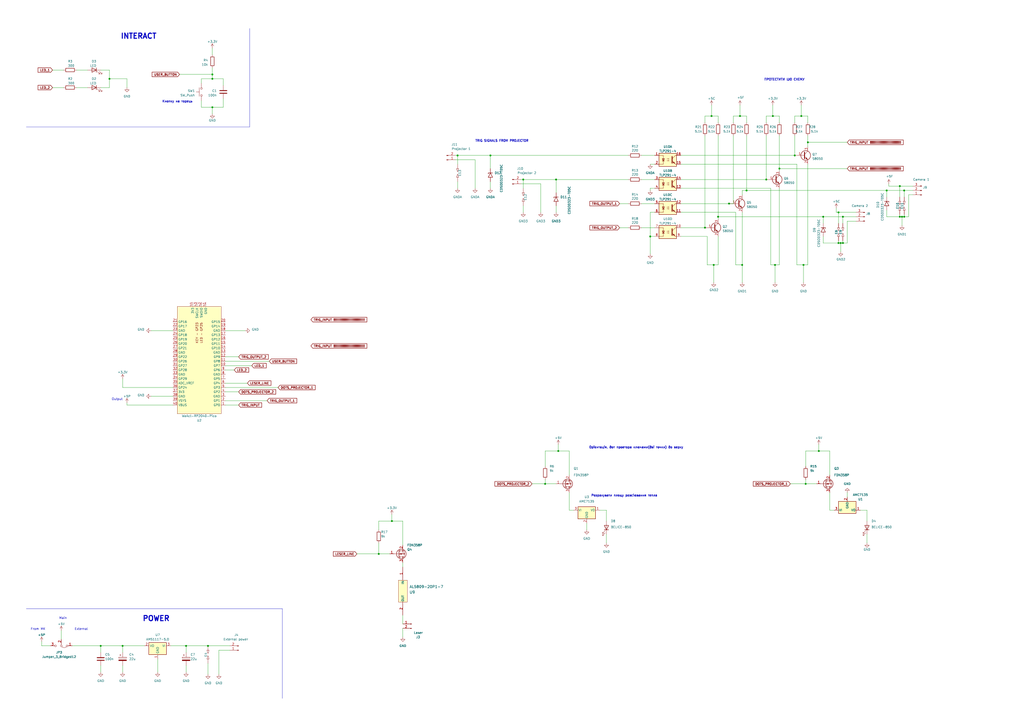
<source format=kicad_sch>
(kicad_sch (version 20230121) (generator eeschema)
  (paper "A2")
  (junction (at 487.68 140.97))
  (junction (at 990.6 254))
  (junction (at 488.95 125.73))
  (junction (at 123.19 43.18))
  (junction (at 521.97 125.73))
  (junction (at 963.93 5.08))
  (junction (at 986.79 161.29))
  (junction (at 323.85 261.62))
  (junction (at 991.87 238.76))
  (junction (at 989.33 236.22))
  (junction (at 303.53 104.14))
  (junction (at 412.75 67.31))
  (junction (at 107.95 374.65))
  (junction (at 414.02 153.67))
  (junction (at 219.71 321.31))
  (junction (at 488.95 140.97))
  (junction (at 461.01 90.17))
  (junction (at 930.91 163.83))
  (junction (at 123.19 45.72))
  (junction (at 123.19 62.23))
  (junction (at 468.63 82.55))
  (junction (at 477.52 125.73))
  (junction (at 909.32 2.54))
  (junction (at 988.06 179.07))
  (junction (at 58.42 374.65))
  (junction (at 933.45 238.76))
  (junction (at 416.56 125.73))
  (junction (at 523.24 125.73))
  (junction (at 958.85 81.28))
  (junction (at 924.56 -6.35))
  (junction (at 919.48 69.85))
  (junction (at 466.09 153.67))
  (junction (at 452.12 97.79))
  (junction (at 467.36 280.67))
  (junction (at 433.07 110.49))
  (junction (at 524.51 110.49))
  (junction (at 284.48 90.17))
  (junction (at 524.51 125.73))
  (junction (at 927.1 207.01))
  (junction (at 120.65 374.65))
  (junction (at 265.43 90.17))
  (junction (at 444.5 104.14))
  (junction (at 316.23 280.67))
  (junction (at 486.41 123.19))
  (junction (at 377.19 137.16))
  (junction (at 464.82 67.31))
  (junction (at 924.56 132.08))
  (junction (at 989.33 163.83))
  (junction (at 227.33 302.26))
  (junction (at 999.49 81.28))
  (junction (at 430.53 153.67))
  (junction (at 448.31 67.31))
  (junction (at 63.5 45.72))
  (junction (at 521.97 107.95))
  (junction (at 322.58 104.14))
  (junction (at 941.07 163.83))
  (junction (at 71.12 374.65))
  (junction (at 474.98 261.62))
  (junction (at 514.35 110.49))
  (junction (at 422.91 118.11))
  (junction (at 449.58 153.67))
  (junction (at 486.41 140.97))
  (junction (at 1004.57 5.08))
  (junction (at 904.24 78.74))
  (junction (at 943.61 238.76))
  (junction (at 429.26 67.31))
  (junction (at 408.94 132.08))
  (wire (pts (xy 491.49 285.75) (xy 491.49 288.29)))
  (bus (pts (xy 1003.3 140.97) (xy 1008.38 140.97)))
  (wire (pts (xy 123.19 62.23) (xy 116.84 62.23)))
  (wire (pts (xy 284.48 105.41) (xy 284.48 109.22)))
  (wire (pts (xy 129.54 62.23) (xy 123.19 62.23)))
  (bus (pts (xy 876.3 59.69) (xy 876.3 69.85)))
  (wire (pts (xy 107.95 386.08) (xy 107.95 389.89)))
  (polyline (pts (xy 15.24 73.66) (xy 144.78 73.66)))
  (wire (pts (xy 433.07 67.31) (xy 433.07 71.12)))
  (wire (pts (xy 980.44 161.29) (xy 986.79 161.29)))
  (wire (pts (xy 464.82 67.31) (xy 468.63 67.31)))
  (wire (pts (xy 521.97 124.46) (xy 521.97 125.73)))
  (wire (pts (xy 943.61 238.76) (xy 970.28 238.76)))
  (bus (pts (xy 1002.03 222.25) (xy 1002.03 215.9)))
  (wire (pts (xy 514.35 121.92) (xy 514.35 125.73)))
  (wire (pts (xy 127 377.19) (xy 127 391.16)))
  (wire (pts (xy 927.1 21.59) (xy 927.1 24.13)))
  (wire (pts (xy 970.28 81.28) (xy 958.85 81.28)))
  (wire (pts (xy 449.58 153.67) (xy 452.12 153.67)))
  (wire (pts (xy 448.31 67.31) (xy 452.12 67.31)))
  (bus (pts (xy 990.6 139.7) (xy 990.6 149.86)))
  (wire (pts (xy 972.82 83.82) (xy 972.82 100.33)))
  (wire (pts (xy 302.26 104.14) (xy 303.53 104.14)))
  (wire (pts (xy 974.09 241.3) (xy 974.09 245.11)))
  (wire (pts (xy 933.45 238.76) (xy 933.45 234.95)))
  (wire (pts (xy 880.11 288.29) (xy 880.11 298.45)))
  (bus (pts (xy 995.68 69.85) (xy 995.68 63.5)))
  (wire (pts (xy 408.94 71.12) (xy 408.94 67.31)))
  (bus (pts (xy 875.03 68.58) (xy 895.35 68.58)))
  (wire (pts (xy 444.5 71.12) (xy 444.5 67.31)))
  (wire (pts (xy 123.19 45.72) (xy 116.84 45.72)))
  (wire (pts (xy 429.26 60.96) (xy 429.26 67.31)))
  (wire (pts (xy 265.43 105.41) (xy 265.43 109.22)))
  (wire (pts (xy 73.66 234.95) (xy 73.66 233.68)))
  (wire (pts (xy 488.95 125.73) (xy 496.57 125.73)))
  (wire (pts (xy 461.01 78.74) (xy 461.01 90.17)))
  (wire (pts (xy 323.85 261.62) (xy 330.2 261.62)))
  (bus (pts (xy 1004.57 -12.7) (xy 1004.57 -6.35)))
  (wire (pts (xy 120.65 384.81) (xy 120.65 391.16)))
  (wire (pts (xy 233.68 302.26) (xy 233.68 316.23)))
  (wire (pts (xy 35.56 365.76) (xy 35.56 370.84)))
  (wire (pts (xy 284.48 90.17) (xy 364.49 90.17)))
  (wire (pts (xy 100.33 224.79) (xy 71.12 224.79)))
  (wire (pts (xy 452.12 78.74) (xy 452.12 97.79)))
  (wire (pts (xy 875.03 161.29) (xy 895.35 161.29)))
  (wire (pts (xy 227.33 298.45) (xy 227.33 302.26)))
  (wire (pts (xy 100.33 234.95) (xy 73.66 234.95)))
  (wire (pts (xy 58.42 374.65) (xy 58.42 378.46)))
  (wire (pts (xy 972.82 83.82) (xy 1000.76 83.82)))
  (wire (pts (xy 941.07 163.83) (xy 967.74 163.83)))
  (wire (pts (xy 466.09 153.67) (xy 468.63 153.67)))
  (wire (pts (xy 308.61 280.67) (xy 316.23 280.67)))
  (wire (pts (xy 219.71 307.34) (xy 219.71 302.26)))
  (wire (pts (xy 920.75 207.01) (xy 920.75 231.14)))
  (wire (pts (xy 416.56 125.73) (xy 477.52 125.73)))
  (wire (pts (xy 904.24 73.66) (xy 904.24 78.74)))
  (wire (pts (xy 930.91 163.83) (xy 930.91 160.02)))
  (bus (pts (xy 985.52 71.12) (xy 1005.84 71.12)))
  (bus (pts (xy 1000.76 -12.7) (xy 1004.57 -12.7)))
  (wire (pts (xy 351.79 309.88) (xy 351.79 314.96)))
  (wire (pts (xy 963.93 5.08) (xy 963.93 12.7)))
  (wire (pts (xy 466.09 153.67) (xy 466.09 163.83)))
  (wire (pts (xy 491.49 128.27) (xy 496.57 128.27)))
  (wire (pts (xy 372.11 118.11) (xy 379.73 118.11)))
  (wire (pts (xy 394.97 137.16) (xy 410.21 137.16)))
  (wire (pts (xy 359.41 132.08) (xy 364.49 132.08)))
  (wire (pts (xy 410.21 153.67) (xy 414.02 153.67)))
  (wire (pts (xy 130.81 227.33) (xy 138.43 227.33)))
  (bus (pts (xy 995.68 63.5) (xy 999.49 63.5)))
  (wire (pts (xy 488.95 140.97) (xy 488.95 139.7)))
  (wire (pts (xy 514.35 110.49) (xy 514.35 114.3)))
  (wire (pts (xy 41.91 374.65) (xy 58.42 374.65)))
  (wire (pts (xy 930.91 163.83) (xy 941.07 163.83)))
  (wire (pts (xy 430.53 153.67) (xy 430.53 163.83)))
  (wire (pts (xy 904.24 78.74) (xy 924.56 78.74)))
  (wire (pts (xy 73.66 45.72) (xy 73.66 50.8)))
  (wire (pts (xy 120.65 374.65) (xy 133.35 374.65)))
  (bus (pts (xy 999.49 147.32) (xy 1003.3 147.32)))
  (bus (pts (xy 991.87 223.52) (xy 1012.19 223.52)))
  (bus (pts (xy 989.33 148.59) (xy 1009.65 148.59)))
  (wire (pts (xy 933.45 226.06) (xy 933.45 227.33)))
  (wire (pts (xy 71.12 386.08) (xy 71.12 389.89)))
  (wire (pts (xy 71.12 374.65) (xy 71.12 378.46)))
  (wire (pts (xy 974.09 241.3) (xy 993.14 241.3)))
  (wire (pts (xy 524.51 110.49) (xy 529.59 110.49)))
  (wire (pts (xy 63.5 50.8) (xy 58.42 50.8)))
  (polyline (pts (xy 144.78 16.51) (xy 144.78 73.66)))
  (bus (pts (xy 1003.3 140.97) (xy 1003.3 147.32)))
  (wire (pts (xy 477.52 140.97) (xy 486.41 140.97)))
  (wire (pts (xy 322.58 104.14) (xy 322.58 111.76)))
  (bus (pts (xy 999.49 69.85) (xy 1005.84 69.85)))
  (bus (pts (xy 1005.84 215.9) (xy 1010.92 215.9)))
  (bus (pts (xy 891.54 218.44) (xy 895.35 218.44)))
  (wire (pts (xy 982.98 5.08) (xy 1004.57 5.08)))
  (wire (pts (xy 529.59 113.03) (xy 527.05 113.03)))
  (wire (pts (xy 408.94 132.08) (xy 394.97 132.08)))
  (wire (pts (xy 909.32 2.54) (xy 929.64 2.54)))
  (wire (pts (xy 444.5 78.74) (xy 444.5 104.14)))
  (wire (pts (xy 430.53 153.67) (xy 426.72 153.67)))
  (wire (pts (xy 313.69 106.68) (xy 313.69 123.19)))
  (wire (pts (xy 986.79 161.29) (xy 990.6 161.29)))
  (wire (pts (xy 394.97 90.17) (xy 461.01 90.17)))
  (bus (pts (xy 894.08 -15.24) (xy 899.16 -15.24)))
  (wire (pts (xy 909.32 -12.7) (xy 909.32 -10.16)))
  (wire (pts (xy 50.8 40.64) (xy 44.45 40.64)))
  (wire (pts (xy 50.8 50.8) (xy 44.45 50.8)))
  (wire (pts (xy 377.19 109.22) (xy 379.73 109.22)))
  (wire (pts (xy 233.68 328.93) (xy 233.68 326.39)))
  (wire (pts (xy 1000.76 81.28) (xy 999.49 81.28)))
  (wire (pts (xy 477.52 125.73) (xy 488.95 125.73)))
  (wire (pts (xy 426.72 123.19) (xy 426.72 153.67)))
  (wire (pts (xy 130.81 234.95) (xy 138.43 234.95)))
  (bus (pts (xy 882.65 -15.24) (xy 890.27 -15.24)))
  (wire (pts (xy 939.8 81.28) (xy 958.85 81.28)))
  (wire (pts (xy 908.05 166.37) (xy 908.05 172.72)))
  (wire (pts (xy 36.83 50.8) (xy 30.48 50.8)))
  (wire (pts (xy 924.56 129.54) (xy 924.56 132.08)))
  (wire (pts (xy 123.19 27.94) (xy 123.19 31.75)))
  (bus (pts (xy 889 149.86) (xy 889 143.51)))
  (bus (pts (xy 1002.03 222.25) (xy 1005.84 222.25)))
  (wire (pts (xy 58.42 374.65) (xy 71.12 374.65)))
  (wire (pts (xy 941.07 163.83) (xy 941.07 171.45)))
  (wire (pts (xy 481.33 261.62) (xy 481.33 275.59)))
  (bus (pts (xy 878.84 151.13) (xy 899.16 151.13)))
  (wire (pts (xy 920.75 207.01) (xy 927.1 207.01)))
  (wire (pts (xy 873.76 288.29) (xy 880.11 288.29)))
  (bus (pts (xy 881.38 226.06) (xy 901.7 226.06)))
  (wire (pts (xy 433.07 110.49) (xy 514.35 110.49)))
  (wire (pts (xy 303.53 104.14) (xy 303.53 109.22)))
  (wire (pts (xy 943.61 238.76) (xy 943.61 246.38)))
  (wire (pts (xy 448.31 60.96) (xy 448.31 67.31)))
  (wire (pts (xy 447.04 153.67) (xy 449.58 153.67)))
  (wire (pts (xy 130.81 232.41) (xy 154.94 232.41)))
  (bus (pts (xy 894.08 -15.24) (xy 894.08 -8.89)))
  (wire (pts (xy 939.8 76.2) (xy 944.88 76.2)))
  (wire (pts (xy 918.21 132.08) (xy 918.21 156.21)))
  (wire (pts (xy 904.24 63.5) (xy 904.24 66.04)))
  (wire (pts (xy 123.19 43.18) (xy 123.19 45.72)))
  (wire (pts (xy 925.83 163.83) (xy 930.91 163.83)))
  (bus (pts (xy 890.27 -8.89) (xy 890.27 -15.24)))
  (wire (pts (xy 937.26 10.16) (xy 937.26 24.13)))
  (wire (pts (xy 930.91 151.13) (xy 930.91 152.4)))
  (wire (pts (xy 527.05 125.73) (xy 524.51 125.73)))
  (wire (pts (xy 322.58 104.14) (xy 364.49 104.14)))
  (bus (pts (xy 890.27 -8.89) (xy 894.08 -8.89)))
  (wire (pts (xy 73.66 45.72) (xy 63.5 45.72)))
  (bus (pts (xy 880.11 -7.62) (xy 900.43 -7.62)))
  (wire (pts (xy 458.47 280.67) (xy 467.36 280.67)))
  (bus (pts (xy 991.87 -13.97) (xy 991.87 -3.81)))
  (wire (pts (xy 477.52 125.73) (xy 477.52 129.54)))
  (wire (pts (xy 986.79 161.29) (xy 986.79 167.64)))
  (bus (pts (xy 877.57 60.96) (xy 885.19 60.96)))
  (wire (pts (xy 919.48 68.58) (xy 919.48 69.85)))
  (wire (pts (xy 100.33 191.77) (xy 87.63 191.77)))
  (wire (pts (xy 933.45 238.76) (xy 943.61 238.76)))
  (wire (pts (xy 999.49 81.28) (xy 999.49 86.36)))
  (wire (pts (xy 944.88 0) (xy 949.96 0)))
  (wire (pts (xy 924.56 -17.78) (xy 924.56 -15.24)))
  (wire (pts (xy 486.41 123.19) (xy 496.57 123.19)))
  (wire (pts (xy 130.81 222.25) (xy 143.51 222.25)))
  (wire (pts (xy 877.57 236.22) (xy 897.89 236.22)))
  (wire (pts (xy 949.96 60.96) (xy 949.96 64.77)))
  (wire (pts (xy 927.1 24.13) (xy 937.26 24.13)))
  (wire (pts (xy 922.02 100.33) (xy 932.18 100.33)))
  (wire (pts (xy 477.52 137.16) (xy 477.52 140.97)))
  (wire (pts (xy 990.6 254) (xy 991.87 254)))
  (wire (pts (xy 100.33 229.87) (xy 87.63 229.87)))
  (wire (pts (xy 485.14 120.65) (xy 485.14 123.19)))
  (wire (pts (xy 499.11 295.91) (xy 502.92 295.91)))
  (wire (pts (xy 412.75 60.96) (xy 412.75 67.31)))
  (wire (pts (xy 372.11 90.17) (xy 379.73 90.17)))
  (wire (pts (xy 989.33 163.83) (xy 990.6 163.83)))
  (wire (pts (xy 943.61 254) (xy 943.61 259.08)))
  (wire (pts (xy 502.92 302.26) (xy 502.92 295.91)))
  (wire (pts (xy 142.24 191.77) (xy 130.81 191.77)))
  (wire (pts (xy 955.04 -15.24) (xy 949.96 -15.24)))
  (wire (pts (xy 905.51 236.22) (xy 913.13 236.22)))
  (wire (pts (xy 524.51 125.73) (xy 524.51 124.46)))
  (wire (pts (xy 347.98 295.91) (xy 351.79 295.91)))
  (wire (pts (xy 414.02 153.67) (xy 416.56 153.67)))
  (wire (pts (xy 416.56 125.73) (xy 416.56 127)))
  (wire (pts (xy 514.35 110.49) (xy 524.51 110.49)))
  (wire (pts (xy 989.33 254) (xy 990.6 254)))
  (wire (pts (xy 932.18 86.36) (xy 932.18 100.33)))
  (wire (pts (xy 313.69 106.68) (xy 302.26 106.68)))
  (wire (pts (xy 430.53 110.49) (xy 433.07 110.49)))
  (wire (pts (xy 944.88 5.08) (xy 963.93 5.08)))
  (wire (pts (xy 129.54 45.72) (xy 123.19 45.72)))
  (wire (pts (xy 920.75 246.38) (xy 920.75 259.08)))
  (wire (pts (xy 351.79 302.26) (xy 351.79 295.91)))
  (wire (pts (xy 467.36 270.51) (xy 467.36 261.62)))
  (wire (pts (xy 322.58 119.38) (xy 322.58 123.19)))
  (wire (pts (xy 474.98 257.81) (xy 474.98 261.62)))
  (wire (pts (xy 982.98 236.22) (xy 989.33 236.22)))
  (bus (pts (xy 1004.57 -6.35) (xy 1010.92 -6.35)))
  (bus (pts (xy 993.14 214.63) (xy 993.14 224.79)))
  (wire (pts (xy 988.06 179.07) (xy 989.33 179.07)))
  (wire (pts (xy 958.85 96.52) (xy 958.85 100.33)))
  (wire (pts (xy 462.28 153.67) (xy 466.09 153.67)))
  (wire (pts (xy 377.19 137.16) (xy 377.19 147.32)))
  (wire (pts (xy 468.63 82.55) (xy 468.63 85.09)))
  (wire (pts (xy 949.96 -15.24) (xy 949.96 0)))
  (wire (pts (xy 986.79 179.07) (xy 988.06 179.07)))
  (bus (pts (xy 1005.84 215.9) (xy 1005.84 222.25)))
  (wire (pts (xy 991.87 238.76) (xy 991.87 242.57)))
  (wire (pts (xy 896.62 2.54) (xy 909.32 2.54)))
  (wire (pts (xy 330.2 285.75) (xy 330.2 295.91)))
  (bus (pts (xy 994.41 215.9) (xy 1002.03 215.9)))
  (wire (pts (xy 937.26 -6.35) (xy 937.26 -5.08)))
  (wire (pts (xy 468.63 82.55) (xy 491.49 82.55)))
  (wire (pts (xy 928.37 238.76) (xy 933.45 238.76)))
  (wire (pts (xy 330.2 261.62) (xy 330.2 275.59)))
  (wire (pts (xy 958.85 81.28) (xy 958.85 88.9)))
  (wire (pts (xy 133.35 377.19) (xy 127 377.19)))
  (wire (pts (xy 130.81 214.63) (xy 135.89 214.63)))
  (wire (pts (xy 433.07 78.74) (xy 433.07 110.49)))
  (bus (pts (xy 988.06 69.85) (xy 995.68 69.85)))
  (wire (pts (xy 408.94 78.74) (xy 408.94 132.08)))
  (wire (pts (xy 999.49 96.52) (xy 999.49 100.33)))
  (wire (pts (xy 918.21 171.45) (xy 918.21 184.15)))
  (wire (pts (xy 462.28 95.25) (xy 462.28 153.67)))
  (bus (pts (xy 885.19 67.31) (xy 885.19 60.96)))
  (wire (pts (xy 473.71 280.67) (xy 467.36 280.67)))
  (wire (pts (xy 303.53 119.38) (xy 303.53 123.19)))
  (wire (pts (xy 977.9 7.62) (xy 977.9 24.13)))
  (wire (pts (xy 416.56 137.16) (xy 416.56 153.67)))
  (wire (pts (xy 949.96 60.96) (xy 944.88 60.96)))
  (wire (pts (xy 219.71 321.31) (xy 219.71 314.96)))
  (wire (pts (xy 377.19 123.19) (xy 377.19 137.16)))
  (wire (pts (xy 975.36 5.08) (xy 963.93 5.08)))
  (wire (pts (xy 939.8 132.08) (xy 939.8 133.35)))
  (wire (pts (xy 322.58 280.67) (xy 316.23 280.67)))
  (wire (pts (xy 58.42 386.08) (xy 58.42 389.89)))
  (wire (pts (xy 955.04 -15.24) (xy 955.04 -11.43)))
  (bus (pts (xy 999.49 147.32) (xy 999.49 140.97)))
  (wire (pts (xy 130.81 224.79) (xy 161.29 224.79)))
  (bus (pts (xy 889 60.96) (xy 894.08 60.96)))
  (wire (pts (xy 486.41 139.7) (xy 486.41 140.97)))
  (wire (pts (xy 63.5 50.8) (xy 63.5 45.72)))
  (wire (pts (xy 988.06 179.07) (xy 988.06 184.15)))
  (wire (pts (xy 919.48 69.85) (xy 919.48 71.12)))
  (wire (pts (xy 989.33 163.83) (xy 989.33 167.64)))
  (wire (pts (xy 394.97 123.19) (xy 426.72 123.19)))
  (wire (pts (xy 63.5 45.72) (xy 63.5 40.64)))
  (wire (pts (xy 123.19 62.23) (xy 123.19 66.04)))
  (wire (pts (xy 379.73 95.25) (xy 377.19 95.25)))
  (wire (pts (xy 264.16 90.17) (xy 265.43 90.17)))
  (bus (pts (xy 892.81 149.86) (xy 899.16 149.86)))
  (wire (pts (xy 452.12 67.31) (xy 452.12 71.12)))
  (wire (pts (xy 107.95 374.65) (xy 107.95 378.46)))
  (wire (pts (xy 902.97 161.29) (xy 910.59 161.29)))
  (wire (pts (xy 265.43 90.17) (xy 284.48 90.17)))
  (wire (pts (xy 481.33 295.91) (xy 483.87 295.91)))
  (wire (pts (xy 429.26 67.31) (xy 433.07 67.31)))
  (wire (pts (xy 487.68 140.97) (xy 488.95 140.97)))
  (wire (pts (xy 910.59 241.3) (xy 910.59 247.65)))
  (wire (pts (xy 425.45 78.74) (xy 425.45 118.11)))
  (wire (pts (xy 919.48 58.42) (xy 919.48 60.96)))
  (wire (pts (xy 394.97 95.25) (xy 462.28 95.25)))
  (wire (pts (xy 467.36 280.67) (xy 467.36 278.13)))
  (wire (pts (xy 944.88 60.96) (xy 944.88 76.2)))
  (wire (pts (xy 521.97 107.95) (xy 521.97 114.3)))
  (wire (pts (xy 123.19 39.37) (xy 123.19 43.18)))
  (wire (pts (xy 942.34 215.9) (xy 942.34 217.17)))
  (wire (pts (xy 521.97 125.73) (xy 523.24 125.73)))
  (wire (pts (xy 394.97 109.22) (xy 447.04 109.22)))
  (wire (pts (xy 107.95 374.65) (xy 120.65 374.65)))
  (wire (pts (xy 502.92 309.88) (xy 502.92 314.96)))
  (wire (pts (xy 488.95 125.73) (xy 488.95 129.54)))
  (wire (pts (xy 927.1 207.01) (xy 942.34 207.01)))
  (wire (pts (xy 486.41 140.97) (xy 487.68 140.97)))
  (bus (pts (xy 990.6 -5.08) (xy 1010.92 -5.08)))
  (wire (pts (xy 468.63 78.74) (xy 468.63 82.55)))
  (wire (pts (xy 316.23 280.67) (xy 316.23 278.13)))
  (bus (pts (xy 991.87 140.97) (xy 999.49 140.97)))
  (wire (pts (xy 1005.84 5.08) (xy 1004.57 5.08)))
  (wire (pts (xy 932.18 69.85) (xy 932.18 71.12)))
  (wire (pts (xy 36.83 40.64) (xy 30.48 40.64)))
  (wire (pts (xy 474.98 261.62) (xy 481.33 261.62)))
  (wire (pts (xy 924.56 -6.35) (xy 924.56 -5.08)))
  (polyline (pts (xy 15.24 353.06) (xy 163.83 353.06)))
  (wire (pts (xy 416.56 78.74) (xy 416.56 125.73)))
  (wire (pts (xy 924.56 -7.62) (xy 924.56 -6.35)))
  (wire (pts (xy 129.54 49.53) (xy 129.54 45.72)))
  (bus (pts (xy 880.11 142.24) (xy 880.11 152.4)))
  (wire (pts (xy 989.33 179.07) (xy 989.33 177.8)))
  (wire (pts (xy 447.04 109.22) (xy 447.04 153.67)))
  (wire (pts (xy 461.01 71.12) (xy 461.01 67.31)))
  (wire (pts (xy 922.02 97.79) (xy 922.02 100.33)))
  (bus (pts (xy 881.38 -16.51) (xy 881.38 -6.35)))
  (wire (pts (xy 425.45 71.12) (xy 425.45 67.31)))
  (bus (pts (xy 999.49 63.5) (xy 999.49 69.85)))
  (wire (pts (xy 982.98 208.28) (xy 982.98 236.22)))
  (wire (pts (xy 377.19 109.22) (xy 377.19 110.49)))
  (wire (pts (xy 891.54 78.74) (xy 904.24 78.74)))
  (wire (pts (xy 514.35 125.73) (xy 521.97 125.73)))
  (wire (pts (xy 71.12 224.79) (xy 71.12 219.71)))
  (wire (pts (xy 207.01 321.31) (xy 219.71 321.31)))
  (wire (pts (xy 303.53 104.14) (xy 322.58 104.14)))
  (wire (pts (xy 918.21 132.08) (xy 924.56 132.08)))
  (wire (pts (xy 414.02 153.67) (xy 414.02 163.83)))
  (wire (pts (xy 486.41 123.19) (xy 486.41 129.54)))
  (wire (pts (xy 408.94 67.31) (xy 412.75 67.31)))
  (wire (pts (xy 924.56 132.08) (xy 939.8 132.08)))
  (wire (pts (xy 219.71 302.26) (xy 227.33 302.26)))
  (wire (pts (xy 989.33 236.22) (xy 989.33 242.57)))
  (wire (pts (xy 412.75 67.31) (xy 416.56 67.31)))
  (wire (pts (xy 941.07 179.07) (xy 941.07 184.15)))
  (polyline (pts (xy 163.83 353.06) (xy 163.83 405.13)))
  (wire (pts (xy 989.33 163.83) (xy 975.36 163.83)))
  (wire (pts (xy 939.8 140.97) (xy 939.8 142.24)))
  (wire (pts (xy 24.13 374.65) (xy 29.21 374.65)))
  (wire (pts (xy 116.84 62.23) (xy 116.84 58.42)))
  (wire (pts (xy 487.68 140.97) (xy 487.68 146.05)))
  (wire (pts (xy 449.58 153.67) (xy 449.58 163.83)))
  (wire (pts (xy 491.49 140.97) (xy 488.95 140.97)))
  (wire (pts (xy 410.21 137.16) (xy 410.21 153.67)))
  (wire (pts (xy 971.55 166.37) (xy 990.6 166.37)))
  (wire (pts (xy 372.11 132.08) (xy 379.73 132.08)))
  (wire (pts (xy 873.76 285.75) (xy 890.27 285.75)))
  (wire (pts (xy 977.9 7.62) (xy 1005.84 7.62)))
  (wire (pts (xy 24.13 372.11) (xy 24.13 374.65)))
  (bus (pts (xy 881.38 149.86) (xy 889 149.86)))
  (bus (pts (xy 993.14 -6.35) (xy 1000.76 -6.35)))
  (bus (pts (xy 895.35 224.79) (xy 901.7 224.79)))
  (wire (pts (xy 991.87 238.76) (xy 977.9 238.76)))
  (wire (pts (xy 491.49 128.27) (xy 491.49 140.97)))
  (bus (pts (xy 883.92 224.79) (xy 891.54 224.79)))
  (wire (pts (xy 909.32 -2.54) (xy 909.32 2.54)))
  (wire (pts (xy 890.27 285.75) (xy 890.27 298.45)))
  (wire (pts (xy 377.19 123.19) (xy 379.73 123.19)))
  (wire (pts (xy 416.56 67.31) (xy 416.56 71.12)))
  (wire (pts (xy 227.33 302.26) (xy 233.68 302.26)))
  (wire (pts (xy 425.45 67.31) (xy 429.26 67.31)))
  (bus (pts (xy 986.79 62.23) (xy 986.79 72.39)))
  (wire (pts (xy 330.2 295.91) (xy 332.74 295.91)))
  (wire (pts (xy 99.06 374.65) (xy 107.95 374.65)))
  (wire (pts (xy 233.68 356.87) (xy 233.68 361.95)))
  (wire (pts (xy 130.81 209.55) (xy 156.21 209.55)))
  (wire (pts (xy 91.44 389.89) (xy 91.44 382.27)))
  (bus (pts (xy 889 143.51) (xy 892.81 143.51)))
  (wire (pts (xy 340.36 307.34) (xy 340.36 303.53)))
  (bus (pts (xy 1000.76 -6.35) (xy 1000.76 -12.7)))
  (wire (pts (xy 991.87 238.76) (xy 993.14 238.76)))
  (wire (pts (xy 226.06 321.31) (xy 219.71 321.31)))
  (wire (pts (xy 523.24 125.73) (xy 524.51 125.73)))
  (wire (pts (xy 924.56 -6.35) (xy 937.26 -6.35)))
  (wire (pts (xy 523.24 125.73) (xy 523.24 130.81)))
  (wire (pts (xy 467.36 261.62) (xy 474.98 261.62)))
  (wire (pts (xy 527.05 113.03) (xy 527.05 125.73)))
  (wire (pts (xy 461.01 67.31) (xy 464.82 67.31)))
  (bus (pts (xy 889 60.96) (xy 889 67.31)))
  (wire (pts (xy 316.23 261.62) (xy 323.85 261.62)))
  (wire (pts (xy 989.33 252.73) (xy 989.33 254)))
  (wire (pts (xy 63.5 40.64) (xy 58.42 40.64)))
  (wire (pts (xy 977.9 81.28) (xy 999.49 81.28)))
  (wire (pts (xy 913.13 241.3) (xy 910.59 241.3)))
  (wire (pts (xy 942.34 207.01) (xy 942.34 208.28)))
  (bus (pts (xy 882.65 217.17) (xy 882.65 227.33)))
  (wire (pts (xy 468.63 67.31) (xy 468.63 71.12)))
  (wire (pts (xy 919.48 69.85) (xy 932.18 69.85)))
  (wire (pts (xy 1004.57 20.32) (xy 1004.57 24.13)))
  (wire (pts (xy 116.84 45.72) (xy 116.84 48.26)))
  (wire (pts (xy 986.79 177.8) (xy 986.79 179.07)))
  (wire (pts (xy 971.55 180.34) (xy 971.55 184.15)))
  (wire (pts (xy 130.81 207.01) (xy 138.43 207.01)))
  (wire (pts (xy 468.63 153.67) (xy 468.63 95.25)))
  (wire (pts (xy 359.41 118.11) (xy 364.49 118.11)))
  (wire (pts (xy 452.12 153.67) (xy 452.12 109.22)))
  (wire (pts (xy 910.59 166.37) (xy 908.05 166.37)))
  (wire (pts (xy 130.81 212.09) (xy 146.05 212.09)))
  (wire (pts (xy 233.68 364.49) (xy 233.68 369.57)))
  (wire (pts (xy 974.09 255.27) (xy 974.09 259.08)))
  (wire (pts (xy 464.82 60.96) (xy 464.82 67.31)))
  (bus (pts (xy 895.35 218.44) (xy 895.35 224.79)))
  (wire (pts (xy 284.48 90.17) (xy 284.48 97.79)))
  (wire (pts (xy 123.19 43.18) (xy 104.14 43.18)))
  (wire (pts (xy 71.12 374.65) (xy 83.82 374.65)))
  (wire (pts (xy 377.19 137.16) (xy 379.73 137.16)))
  (bus (pts (xy 885.19 67.31) (xy 889 67.31)))
  (wire (pts (xy 452.12 97.79) (xy 491.49 97.79)))
  (bus (pts (xy 891.54 224.79) (xy 891.54 218.44)))
  (wire (pts (xy 980.44 133.35) (xy 980.44 161.29)))
  (wire (pts (xy 275.59 92.71) (xy 275.59 109.22)))
  (wire (pts (xy 989.33 236.22) (xy 993.14 236.22)))
  (wire (pts (xy 394.97 104.14) (xy 444.5 104.14)))
  (wire (pts (xy 394.97 118.11) (xy 422.91 118.11)))
  (wire (pts (xy 444.5 67.31) (xy 448.31 67.31)))
  (wire (pts (xy 452.12 97.79) (xy 452.12 99.06)))
  (wire (pts (xy 524.51 110.49) (xy 524.51 114.3)))
  (wire (pts (xy 927.1 204.47) (xy 927.1 207.01)))
  (wire (pts (xy 275.59 92.71) (xy 264.16 92.71)))
  (wire (pts (xy 323.85 257.81) (xy 323.85 261.62)))
  (wire (pts (xy 991.87 254) (xy 991.87 252.73)))
  (wire (pts (xy 481.33 285.75) (xy 481.33 295.91)))
  (wire (pts (xy 430.53 110.49) (xy 430.53 113.03)))
  (wire (pts (xy 521.97 107.95) (xy 529.59 107.95)))
  (wire (pts (xy 422.91 118.11) (xy 425.45 118.11)))
  (wire (pts (xy 372.11 104.14) (xy 379.73 104.14)))
  (bus (pts (xy 892.81 143.51) (xy 892.81 149.86)))
  (wire (pts (xy 430.53 123.19) (xy 430.53 153.67)))
  (wire (pts (xy 515.62 107.95) (xy 521.97 107.95)))
  (wire (pts (xy 129.54 57.15) (xy 129.54 62.23)))
  (wire (pts (xy 485.14 123.19) (xy 486.41 123.19)))
  (wire (pts (xy 990.6 254) (xy 990.6 259.08)))
  (wire (pts (xy 1004.57 5.08) (xy 1004.57 10.16)))
  (wire (pts (xy 265.43 90.17) (xy 265.43 95.25)))
  (wire (pts (xy 316.23 270.51) (xy 316.23 261.62)))
  (wire (pts (xy 971.55 166.37) (xy 971.55 170.18)))
  (wire (pts (xy 515.62 106.68) (xy 515.62 107.95)))
  (wire (pts (xy 901.7 283.21) (xy 901.7 298.45)))
  (wire (pts (xy 963.93 20.32) (xy 963.93 24.13)))
  (wire (pts (xy 873.76 283.21) (xy 901.7 283.21)))
  (text "Розрахувати площу розсіювання тепла" (at 342.9 288.29 0) (effects (font (size 1.27 1.27) (thickness 0.254) bold) (justify left bottom)))
  (text "Орієнтація, дот проетора ключами(дві точки) до верху" (at 341.63 260.35 0) (effects (font (size 1.27 1.27) (thickness 0.254) bold) (justify left bottom)))
  (text "Output waveform" (at 994.41 213.36 0) (effects (font (size 1.27 1.27)) (justify left bottom)))
  (text "OUTPUT TRIG SIGNAL TO CAMERA" (at 943.61 201.93 0) (effects (font (size 1.27 1.27) (thickness 0.254) bold) (justify left bottom)))
  (text "Input trig signal" (at 899.16 10.16 0) (effects (font (size 1.27 1.27)) (justify left bottom)))
  (text "Output waveform" (at 882.65 -17.78 0) (effects (font (size 1.27 1.27)) (justify left bottom)))
  (text "External" (at 43.18 365.76 0) (effects (font (size 1.27 1.27)) (justify left bottom)))
  (text "Output trig signal" (at 882.65 243.84 0) (effects (font (size 1.27 1.27) (thickness 0.254) bold) (justify left bottom)))
  (text "INPUT TRIG FROM PROJECTOR" (at 943.61 -21.59 0) (effects (font (size 1.27 1.27) (thickness 0.254) bold) (justify left bottom)))
  (text "Input waveform" (at 995.68 -15.24 0) (effects (font (size 1.27 1.27)) (justify left bottom)))
  (text "Input trig signal" (at 894.08 86.36 0) (effects (font (size 1.27 1.27)) (justify left bottom)))
  (text "Output" (at 64.77 232.41 0) (effects (font (size 1.27 1.27)) (justify left bottom)))
  (text "Input waveform" (at 990.6 60.96 0) (effects (font (size 1.27 1.27)) (justify left bottom)))
  (text "invertional signal" (at 927.1 245.11 0) (effects (font (size 1.27 1.27) (thickness 0.254) bold) (justify left bottom)))
  (text "Output trig signal" (at 880.11 168.91 0) (effects (font (size 1.27 1.27) (thickness 0.254) bold) (justify left bottom)))
  (text "TRIG SIGNALS FROM PROJECTOR" (at 275.59 82.55 0) (effects (font (size 1.27 1.27) (thickness 0.254) bold) (justify left bottom)))
  (text "ПРОТЕСТИТИ ЦЮ СХЕМУ" (at 443.23 46.99 0) (effects (font (size 1.27 1.27) (thickness 0.254) bold) (justify left bottom)))
  (text "POWER" (at 82.55 360.68 0) (effects (font (size 3 3) (thickness 0.6) bold) (justify left bottom)))
  (text "INTERACT" (at 69.85 22.86 0) (effects (font (size 3 3) (thickness 0.6) bold) (justify left bottom)))
  (text "invertional signal" (at 924.56 170.18 0) (effects (font (size 1.27 1.27) (thickness 0.254) bold) (justify left bottom)))
  (text "Кнопку на торець" (at 111.76 59.69 0) (effects (font (size 1.27 1.27) (thickness 0.254) bold) (justify right bottom)))
  (text "INPUT TRIG FROM PROJECTOR" (at 938.53 54.61 0) (effects (font (size 1.27 1.27) (thickness 0.254) bold) (justify left bottom)))
  (text "inverted signal" (at 876.3 72.39 0) (effects (font (size 1.27 1.27)) (justify left bottom)))
  (text "OUTPUT TRIG SIGNAL TO CAMERA" (at 941.07 127 0) (effects (font (size 1.27 1.27) (thickness 0.254) bold) (justify left bottom)))
  (text "From MK" (at 17.78 365.76 0) (effects (font (size 1.27 1.27)) (justify left bottom)))
  (text "Input waveform" (at 886.46 215.9 0) (effects (font (size 1.27 1.27)) (justify left bottom)))
  (text "Output waveform" (at 991.87 138.43 0) (effects (font (size 1.27 1.27)) (justify left bottom)))
  (text "Output waveform" (at 877.57 58.42 0) (effects (font (size 1.27 1.27)) (justify left bottom)))
  (text "Input waveform" (at 883.92 140.97 0) (effects (font (size 1.27 1.27)) (justify left bottom)))
  (text "Main" (at 34.29 359.41 0) (effects (font (size 1.27 1.27)) (justify left bottom)))
  (text "inverted signal" (at 881.38 -3.81 0) (effects (font (size 1.27 1.27)) (justify left bottom)))
  (global_label "TRIG_OUTPUT_1" (shape input) (at 154.94 232.41 0) (effects (font (thickness 0.254) bold)) (property "Intersheetrefs" "${INTERSHEET_REFS}" (effects hide)))
  (global_label "DOTS_PROJECTOR_2" (shape input) (at 138.43 227.33 0) (effects (font (thickness 0.254) bold)) (property "Intersheetrefs" "${INTERSHEET_REFS}" (effects hide)))
  (global_label "DOTS_PROJECTOR_2" (shape input) (at 308.61 280.67 180) (effects (font (thickness 0.254) bold)) (property "Intersheetrefs" "${INTERSHEET_REFS}" (effects hide)))
  (global_label "TRIG_INPUT" (shape input) (at 891.54 78.74 270) (effects (font (thickness 0.254) bold)) (property "Intersheetrefs" "${INTERSHEET_REFS}" (effects hide)))
  (global_label "TRIG_INPUT" (shape input) (at 138.43 234.95 0) (effects (font (thickness 0.254) bold)) (property "Intersheetrefs" "${INTERSHEET_REFS}" (effects hide)))
  (global_label "TRIG_INPUT!!!!!!!!!!!!!!" (shape input) (at 896.62 2.54 180) (effects (font (thickness 0.254) bold)) (property "Intersheetrefs" "${INTERSHEET_REFS}" (effects hide)))
  (global_label "TRIG_OUTPUT_1" (shape input) (at 359.41 118.11 180) (effects (font (thickness 0.254) bold)) (property "Intersheetrefs" "${INTERSHEET_REFS}" (effects hide)))
  (global_label "DOTS_PROJECTOR_1" (shape input) (at 458.47 280.67 180) (effects (font (thickness 0.254) bold)) (property "Intersheetrefs" "${INTERSHEET_REFS}" (effects hide)))
  (global_label "TRIG_OUTPUT_2" (shape input) (at 138.43 207.01 0) (effects (font (thickness 0.254) bold)) (property "Intersheetrefs" "${INTERSHEET_REFS}" (effects hide)))
  (global_label "LESER_LINE" (shape input) (at 207.01 321.31 180) (effects (font (thickness 0.254) bold)) (property "Intersheetrefs" "${INTERSHEET_REFS}" (effects hide)))
  (global_label "TRIG_INPUT !!!!!!!!!!!!!!!!!!!!!!!!!!!!!!" (shape input) (at 491.49 82.55 0) (effects (font (thickness 0.254) bold)) (property "Intersheetrefs" "${INTERSHEET_REFS}" (effects hide)))
  (global_label "TRIG_OUTPUT_1" (shape input) (at 875.03 161.29 180) (effects (font (thickness 0.254) bold)) (property "Intersheetrefs" "${INTERSHEET_REFS}" (effects hide)))
  (global_label "LED_1" (shape input) (at 146.05 212.09 0) (effects (font (thickness 0.254) bold)) (property "Intersheetrefs" "${INTERSHEET_REFS}" (effects hide)))
  (global_label "LED_1" (shape input) (at 30.48 40.64 180) (effects (font (thickness 0.254) bold)) (property "Intersheetrefs" "${INTERSHEET_REFS}" (effects hide)))
  (global_label "TRIG_INPUT !!!!!!!!!!!!!!!!!!!!!!!!!!!!!!" (shape input) (at 491.49 97.79 0) (effects (font (thickness 0.254) bold)) (property "Intersheetrefs" "${INTERSHEET_REFS}" (effects hide)))
  (global_label "DOTS_PROJECTOR_1" (shape input) (at 161.29 224.79 0) (effects (font (thickness 0.254) bold)) (property "Intersheetrefs" "${INTERSHEET_REFS}" (effects hide)))
  (global_label "LESER_LINE" (shape input) (at 143.51 222.25 0) (effects (font (thickness 0.254) bold)) (property "Intersheetrefs" "${INTERSHEET_REFS}" (effects hide)))
  (global_label "TRIG_OUTPUT_2" (shape input) (at 359.41 132.08 180) (effects (font (thickness 0.254) bold)) (property "Intersheetrefs" "${INTERSHEET_REFS}" (effects hide)))
  (global_label "USER_BUTTON" (shape input) (at 156.21 209.55 0) (effects (font (thickness 0.254) bold)) (property "Intersheetrefs" "${INTERSHEET_REFS}" (effects hide)))
  (global_label "TRIG_INPUT !!!!!!!!!!!!!!!!!!!!!!!!!!!!!!" (shape input) (at 180.34 200.66 0) (effects (font (thickness 0.254) bold)) (property "Intersheetrefs" "${INTERSHEET_REFS}" (effects hide)))
  (global_label "LED_2" (shape input) (at 135.89 214.63 0) (effects (font (thickness 0.254) bold)) (property "Intersheetrefs" "${INTERSHEET_REFS}" (effects hide)))
  (global_label "TRIG_INPUT !!!!!!!!!!!!!!!!!!!!!!!!!!!!!!" (shape input) (at 180.34 185.42 0) (effects (font (thickness 0.254) bold)) (property "Intersheetrefs" "${INTERSHEET_REFS}" (effects hide)))
  (global_label "USER_BUTTON" (shape input) (at 104.14 43.18 180) (effects (font (thickness 0.254) bold)) (property "Intersheetrefs" "${INTERSHEET_REFS}" (effects hide)))
  (global_label "TRIG_OUTPUT_2" (shape input) (at 877.57 236.22 180) (effects (font (thickness 0.254) bold)) (property "Intersheetrefs" "${INTERSHEET_REFS}" (effects hide)))
  (global_label "LED_2" (shape input) (at 30.48 50.8 180) (effects (font (thickness 0.254) bold)) (property "Intersheetrefs" "${INTERSHEET_REFS}" (effects hide)))
  (symbol (lib_id "Isolator:H11L2") (at 932.18 78.74 180) (unit 1)
    (property "Reference" "U5" (at 938.53 90.17 0) (effects (justify left)))
    (property "Value" "H11L2" (at 939.8 87.63 0) (effects (justify left)))
    (property "Footprint" "Package_DIP:DIP-6_W8.89mm_SMDSocket_LongPads" (effects hide))
    (property "Datasheet" "https://www.onsemi.com/pub/Collateral/H11L3M-D.PDF" (effects hide))
  )
  (symbol (lib_id "power:+5C") (at 982.98 208.28 0) (unit 1)
    (property "Reference" "#PWR010" (effects hide))
    (property "Value" "+5C" (at 982.98 204.47 0))
  )
  (symbol (lib_id "power:GND2") (at 487.68 146.05 0) (unit 1)
    (property "Reference" "#PWR058" (effects hide))
    (property "Value" "GND2" (at 487.807 150.4442 0))
  )
  (symbol (lib_id "power:+3.3V") (at 227.33 298.45 0) (mirror y) (unit 1)
    (property "Reference" "#PWR015" (effects hide))
    (property "Value" "+3.3V" (at 227.33 294.64 0))
  )
  (symbol (lib_id "power:+3.3V") (at 924.56 -17.78 0) (unit 1)
    (property "Reference" "#PWR048" (effects hide))
    (property "Value" "+3.3V" (at 924.56 -22.86 0))
  )
  (symbol (lib_id "power:GND") (at 87.63 229.87 270) (unit 1)
    (property "Reference" "#PWR09" (effects hide))
    (property "Value" "GND" (at 83.82 229.235 90) (effects (justify right)))
  )
  (symbol (lib_id "Device:R") (at 368.3 132.08 270) (unit 1)
    (property "Reference" "R18" (at 368.3 126.8222 90))
    (property "Value" "220" (at 368.3 129.1336 90))
    (property "Footprint" "Resistor_SMD:R_0603_1608Metric_Pad0.98x0.95mm_HandSolder" (effects hide))
  )
  (symbol (lib_id "power:GND") (at 127 391.16 0) (unit 1)
    (property "Reference" "#PWR042" (effects hide))
    (property "Value" "GND" (at 127 396.24 0))
  )
  (symbol (lib_id "Device:SparkGap") (at 486.41 134.62 90) (unit 1)
    (property "Reference" "E6" (at 485.14 134.62 0))
    (property "Value" "SparkGap" (effects hide))
    (property "Footprint" "footprint_library:SparkGap" (effects hide))
  )
  (symbol (lib_id "power:GND") (at 908.05 172.72 0) (unit 1)
    (property "Reference" "#PWR023" (effects hide))
    (property "Value" "GND" (at 908.177 177.1142 0))
  )
  (symbol (lib_id "power:+5P") (at 73.66 233.68 0) (unit 1)
    (property "Reference" "#PWR040" (effects hide))
    (property "Value" "+5P" (at 73.66 229.87 0))
  )
  (symbol (lib_id "Device:C") (at 924.56 -11.43 0) (unit 1)
    (property "Reference" "C8" (at 927.481 -12.5984 0) (effects (justify left)))
    (property "Value" "0.1uF" (at 927.481 -10.287 0) (effects (justify left)))
    (property "Footprint" "Capacitor_SMD:C_0603_1608Metric_Pad1.08x0.95mm_HandSolder" (effects hide))
  )
  (symbol (lib_id "Connector:Conn_01x03_Male") (at 534.67 110.49 180) (unit 1)
    (property "Reference" "J9" (at 535.3812 108.7628 0) (effects (justify right)))
    (property "Value" "Camera 1" (at 529.59 104.14 0) (effects (justify right)))
    (property "Footprint" "Connector_PinHeader_2.54mm:PinHeader_1x03_P2.54mm_Vertical" (effects hide))
  )
  (symbol (lib_id "Transistor_BJT:BC817") (at 449.58 104.14 0) (unit 1)
    (property "Reference" "Q6" (at 454.66 103.505 0) (effects (justify left)))
    (property "Value" "S8050" (at 454.66 106.045 0) (effects (justify left)))
    (property "Footprint" "Package_TO_SOT_SMD:SOT-23" (effects hide))
    (property "Datasheet" "https://www.onsemi.com/pub/Collateral/BC818-D.pdf" (effects hide))
  )
  (symbol (lib_id "power:GND1") (at 942.34 217.17 0) (unit 1)
    (property "Reference" "#PWR036" (effects hide))
    (property "Value" "GND1" (at 942.467 221.5642 0))
  )
  (symbol (lib_id "Device:SparkGap") (at 524.51 119.38 90) (unit 1)
    (property "Reference" "E11" (at 523.24 119.38 0))
    (property "Value" "SparkGap" (effects hide))
    (property "Footprint" "footprint_library:SparkGap" (effects hide))
  )
  (symbol (lib_id "power:GND") (at 73.66 50.8 0) (mirror y) (unit 1)
    (property "Reference" "#PWR02" (effects hide))
    (property "Value" "GND" (at 73.66 55.88 0))
  )
  (symbol (lib_id "Regulator_Linear:AP7384-33Y") (at 491.49 295.91 0) (mirror x) (unit 1)
    (property "Reference" "U1" (at 499.11 289.56 0))
    (property "Value" "AMC7135" (at 499.11 287.02 0))
    (property "Footprint" "Package_TO_SOT_SMD:SOT-89-3" (effects hide))
    (property "Datasheet" "https://www.diodes.com/assets/Datasheets/AP7384.pdf" (effects hide))
  )
  (symbol (lib_id "power:+5V") (at 474.98 257.81 0) (mirror y) (unit 1)
    (property "Reference" "#PWR03" (effects hide))
    (property "Value" "+5V" (at 474.98 254 0))
  )
  (symbol (lib_id "Connector:Conn_01x02_Male") (at 259.08 92.71 0) (mirror x) (unit 1)
    (property "Reference" "J11" (at 265.43 83.82 0) (effects (justify right)))
    (property "Value" "Projector 1" (at 273.05 86.36 0) (effects (justify right)))
    (property "Footprint" "Connector_PinHeader_2.54mm:PinHeader_1x02_P2.54mm_Vertical" (effects hide))
  )
  (symbol (lib_id "power:+5F") (at 429.26 60.96 0) (unit 1)
    (property "Reference" "#PWR074" (effects hide))
    (property "Value" "+5F" (at 429.641 56.5658 0))
  )
  (symbol (lib_id "WeAct-RP2040-Pico:WeAct-RP2040-Pico") (at 115.57 219.71 180) (unit 1)
    (property "Reference" "U2" (at 115.57 243.84 0))
    (property "Value" "WeAct-RP2040-Pico" (at 115.57 241.3 0))
    (property "Footprint" "WeAct-RP2040-Pico:WeAct-RP2040-Pico" (effects hide))
    (property "Datasheet" "https://github.com/WeActStudio/WeActStudio.RP2040CoreBoard/tree/master" (effects hide))
  )
  (symbol (lib_id "Isolator:TLP291-4") (at 387.35 106.68 0) (unit 2)
    (property "Reference" "U10" (at 387.35 99.06 0))
    (property "Value" "TLP291-4" (at 387.35 101.6 0))
    (property "Footprint" "Package_SO:SOIC-16_4.55x10.3mm_P1.27mm" (effects hide))
    (property "Datasheet" "https://toshiba.semicon-storage.com/info/docget.jsp?did=12858&prodName=TLP291-4" (effects hide))
  )
  (symbol (lib_id "Device:C") (at 919.48 64.77 0) (unit 1)
    (property "Reference" "C2" (at 922.401 63.6016 0) (effects (justify left)))
    (property "Value" "0.1uF" (at 922.401 65.913 0) (effects (justify left)))
    (property "Footprint" "Capacitor_SMD:C_0603_1608Metric_Pad1.08x0.95mm_HandSolder" (effects hide))
  )
  (symbol (lib_id "power:GND") (at 910.59 247.65 0) (unit 1)
    (property "Reference" "#PWR06" (effects hide))
    (property "Value" "GND" (at 910.717 252.0442 0))
  )
  (symbol (lib_id "Device:R") (at 904.24 69.85 0) (unit 1)
    (property "Reference" "R5" (at 899.16 68.58 0) (effects (justify left)))
    (property "Value" "300" (at 899.16 71.12 0) (effects (justify left)))
    (property "Footprint" "Resistor_SMD:R_0603_1608Metric_Pad0.98x0.95mm_HandSolder" (effects hide))
  )
  (symbol (lib_id "Device:LED") (at 54.61 50.8 0) (mirror y) (unit 1)
    (property "Reference" "D2" (at 55.88 45.72 0) (effects (justify left)))
    (property "Value" "LED" (at 55.88 48.26 0) (effects (justify left)))
    (property "Footprint" "LED_SMD:LED_0603_1608Metric_Pad1.05x0.95mm_HandSolder" (effects hide))
  )
  (symbol (lib_id "power:GND3") (at 313.69 123.19 0) (unit 1)
    (property "Reference" "#PWR072" (effects hide))
    (property "Value" "GND3" (at 313.69 128.27 0))
  )
  (symbol (lib_id "power:+5C") (at 485.14 120.65 0) (unit 1)
    (property "Reference" "#PWR057" (effects hide))
    (property "Value" "+5C" (at 485.14 116.84 0))
  )
  (symbol (lib_id "Isolator:H11L2") (at 920.75 238.76 0) (unit 1)
    (property "Reference" "U6" (at 922.02 228.6 0) (effects (justify left)))
    (property "Value" "H11L2" (at 922.02 231.14 0) (effects (justify left)))
    (property "Footprint" "Package_DIP:DIP-6_W8.89mm_SMDSocket_LongPads" (effects hide))
    (property "Datasheet" "https://www.onsemi.com/pub/Collateral/H11L3M-D.PDF" (effects hide))
  )
  (symbol (lib_id "power:+3.3V") (at 123.19 27.94 0) (mirror y) (unit 1)
    (property "Reference" "#PWR04" (effects hide))
    (property "Value" "+3.3V" (at 123.19 24.13 0))
  )
  (symbol (lib_id "power:GND") (at 142.24 191.77 90) (unit 1)
    (property "Reference" "#PWR08" (effects hide))
    (property "Value" "GND" (at 146.05 191.135 90) (effects (justify right)))
  )
  (symbol (lib_id "Isolator:H11L2") (at 918.21 163.83 0) (unit 1)
    (property "Reference" "U4" (at 919.48 153.67 0) (effects (justify left)))
    (property "Value" "H11L2" (at 919.48 156.21 0) (effects (justify left)))
    (property "Footprint" "Package_DIP:DIP-6_W8.89mm_SMDSocket_LongPads" (effects hide))
    (property "Datasheet" "https://www.onsemi.com/pub/Collateral/H11L3M-D.PDF" (effects hide))
  )
  (symbol (lib_id "Device:R") (at 974.09 238.76 270) (unit 1)
    (property "Reference" "R20" (at 974.09 233.5022 90))
    (property "Value" "100" (at 974.09 235.8136 90))
    (property "Footprint" "Resistor_SMD:R_0603_1608Metric_Pad0.98x0.95mm_HandSolder" (effects hide))
  )
  (symbol (lib_id "power:+5F") (at 930.91 151.13 0) (unit 1)
    (property "Reference" "#PWR031" (effects hide))
    (property "Value" "+5F" (at 931.291 146.7358 0))
  )
  (symbol (lib_id "Device:C_Polarized") (at 107.95 382.27 0) (unit 1)
    (property "Reference" "C7" (at 110.49 379.73 0) (effects (justify left)))
    (property "Value" "22u" (at 110.49 382.27 0) (effects (justify left)))
    (property "Footprint" "Capacitor_SMD:C_0805_2012Metric_Pad1.18x1.45mm_HandSolder" (effects hide))
  )
  (symbol (lib_name "GND1_1") (lib_id "power:GND1") (at 958.85 100.33 0) (unit 1)
    (property "Reference" "#PWR018" (effects hide))
    (property "Value" "GND1" (at 958.85 105.41 0))
  )
  (symbol (lib_id "Device:SparkGap") (at 1004.57 15.24 90) (unit 1)
    (property "Reference" "E5" (at 1003.3 15.24 0))
    (property "Value" "SparkGap" (effects hide))
    (property "Footprint" "footprint_library:SparkGap" (effects hide))
  )
  (symbol (lib_id "Device:R") (at 316.23 274.32 0) (mirror x) (unit 1)
    (property "Reference" "R6" (at 318.77 270.51 0) (effects (justify left)))
    (property "Value" "9k" (at 318.77 273.05 0) (effects (justify left)))
    (property "Footprint" "Resistor_SMD:R_0603_1608Metric_Pad0.98x0.95mm_HandSolder" (effects hide))
  )
  (symbol (lib_id "Device:R") (at 444.5 74.93 180) (unit 1)
    (property "Reference" "R25" (at 440.69 73.66 0))
    (property "Value" "5.1k" (at 440.69 76.2 0))
    (property "Footprint" "Resistor_SMD:R_0603_1608Metric_Pad0.98x0.95mm_HandSolder" (effects hide))
  )
  (symbol (lib_id "Device:R") (at 979.17 5.08 270) (unit 1)
    (property "Reference" "R11" (at 977.9 0 90) (effects (justify left)))
    (property "Value" "240" (at 976.63 2.54 90) (effects (justify left)))
    (property "Footprint" "Resistor_SMD:R_0603_1608Metric_Pad0.98x0.95mm_HandSolder" (effects hide))
  )
  (symbol (lib_id "Device:R") (at 468.63 74.93 180) (unit 1)
    (property "Reference" "R28" (at 471.17 73.66 0))
    (property "Value" "5.1k" (at 472.44 76.2 0))
    (property "Footprint" "Resistor_SMD:R_0603_1608Metric_Pad0.98x0.95mm_HandSolder" (effects hide))
  )
  (symbol (lib_id "Device:SparkGap") (at 999.49 91.44 90) (unit 1)
    (property "Reference" "E2" (at 998.22 91.44 0))
    (property "Value" "SparkGap" (effects hide))
    (property "Footprint" "footprint_library:SparkGap" (effects hide))
  )
  (symbol (lib_id "Device:R") (at 219.71 311.15 0) (mirror x) (unit 1)
    (property "Reference" "R17" (at 220.98 308.61 0) (effects (justify left)))
    (property "Value" "9k" (at 220.98 311.15 0) (effects (justify left)))
    (property "Footprint" "Resistor_SMD:R_0603_1608Metric_Pad0.98x0.95mm_HandSolder" (effects hide))
  )
  (symbol (lib_id "Connector:Conn_01x02_Male") (at 238.76 361.95 0) (mirror y) (unit 1)
    (property "Reference" "J3" (at 241.3 369.57 0) (effects (justify right)))
    (property "Value" "Laser" (at 240.03 367.03 0) (effects (justify right)))
    (property "Footprint" "Connector_PinHeader_2.54mm:PinHeader_1x02_P2.54mm_Vertical" (effects hide))
  )
  (symbol (lib_id "Device:R") (at 368.3 90.17 270) (unit 1)
    (property "Reference" "R12" (at 368.3 84.9122 90))
    (property "Value" "220" (at 368.3 87.2236 90))
    (property "Footprint" "Resistor_SMD:R_0603_1608Metric_Pad0.98x0.95mm_HandSolder" (effects hide))
  )
  (symbol (lib_id "Diode:1N62xxA") (at 477.52 133.35 270) (unit 1)
    (property "Reference" "D9" (at 472.44 132.08 0) (effects (justify left)))
    (property "Value" "CDSOD323-T05C" (at 474.98 127 0) (effects (justify left)))
    (property "Footprint" "Resistor_SMD:R_1206_3216Metric_Pad1.30x1.75mm_HandSolder" (effects hide))
    (property "Datasheet" "https://www.vishay.com/docs/88301/15ke.pdf" (effects hide))
  )
  (symbol (lib_id "power:+3.3V") (at 919.48 58.42 0) (unit 1)
    (property "Reference" "#PWR020" (effects hide))
    (property "Value" "+3.3V" (at 919.48 53.34 0))
  )
  (symbol (lib_id "power:GND") (at 502.92 314.96 0) (mirror y) (unit 1)
    (property "Reference" "#PWR026" (effects hide))
    (property "Value" "GND" (at 502.92 318.77 0))
  )
  (symbol (lib_id "Diode:1N62xxA") (at 941.07 175.26 270) (unit 1)
    (property "Reference" "D7" (at 943.61 173.99 90) (effects (justify left)))
    (property "Value" "CDSOD323-T05C" (at 943.61 176.53 90) (effects (justify left)))
    (property "Footprint" "Resistor_SMD:R_1206_3216Metric_Pad1.30x1.75mm_HandSolder" (effects hide))
    (property "Datasheet" "https://www.vishay.com/docs/88301/15ke.pdf" (effects hide))
  )
  (symbol (lib_id "power:+5C") (at 412.75 60.96 0) (unit 1)
    (property "Reference" "#PWR065" (effects hide))
    (property "Value" "+5C" (at 412.75 57.15 0))
  )
  (symbol (lib_id "power:GND3") (at 377.19 110.49 0) (unit 1)
    (property "Reference" "#PWR075" (effects hide))
    (property "Value" "GND3" (at 377.19 115.57 0))
  )
  (symbol (lib_id "Diode:1N62xxA") (at 958.85 92.71 270) (unit 1)
    (property "Reference" "D5" (at 952.5 91.44 90) (effects (justify left)))
    (property "Value" "CDSOD323-T05C" (at 939.8 93.98 90) (effects (justify left)))
    (property "Footprint" "Resistor_SMD:R_1206_3216Metric_Pad1.30x1.75mm_HandSolder" (effects hide))
    (property "Datasheet" "https://www.vishay.com/docs/88301/15ke.pdf" (effects hide))
  )
  (symbol (lib_id "power:GND3") (at 322.58 123.19 0) (unit 1)
    (property "Reference" "#PWR073" (effects hide))
    (property "Value" "GND3" (at 322.58 128.27 0))
  )
  (symbol (lib_id "power:GND") (at 890.27 298.45 0) (unit 1)
    (property "Reference" "#PWR016" (effects hide))
    (property "Value" "GND" (at 890.397 302.8442 0))
  )
  (symbol (lib_id "power:+5V") (at 323.85 257.81 0) (mirror y) (unit 1)
    (property "Reference" "#PWR032" (effects hide))
    (property "Value" "+5V" (at 323.85 254 0))
  )
  (symbol (lib_id "Device:R") (at 123.19 35.56 0) (mirror y) (unit 1)
    (property "Reference" "R4" (at 120.65 34.925 0) (effects (justify left)))
    (property "Value" "10k" (at 120.65 37.465 0) (effects (justify left)))
    (property "Footprint" "Resistor_SMD:R_0603_1608Metric_Pad0.98x0.95mm_HandSolder" (effects hide))
  )
  (symbol (lib_id "Diode:1N62xxA") (at 943.61 250.19 270) (unit 1)
    (property "Reference" "D1" (at 946.15 248.92 90) (effects (justify left)))
    (property "Value" "CDSOD323-T05C" (at 946.15 251.46 90) (effects (justify left)))
    (property "Footprint" "Resistor_SMD:R_1206_3216Metric_Pad1.30x1.75mm_HandSolder" (effects hide))
    (property "Datasheet" "https://www.vishay.com/docs/88301/15ke.pdf" (effects hide))
  )
  (symbol (lib_id "power:GND") (at 351.79 314.96 0) (mirror y) (unit 1)
    (property "Reference" "#PWR035" (effects hide))
    (property "Value" "GND" (at 351.79 320.04 0))
  )
  (symbol (lib_name "GND1_1") (lib_id "power:GND1") (at 999.49 100.33 0) (unit 1)
    (property "Reference" "#PWR024" (effects hide))
    (property "Value" "GND1" (at 999.49 105.41 0))
  )
  (symbol (lib_id "Device:SparkGap") (at 986.79 172.72 90) (unit 1)
    (property "Reference" "E1" (at 985.52 172.72 0))
    (property "Value" "SparkGap" (effects hide))
    (property "Footprint" "footprint_library:SparkGap" (effects hide))
  )
  (symbol (lib_id "Device:SparkGap") (at 265.43 100.33 270) (mirror x) (unit 1)
    (property "Reference" "E13" (at 266.7 100.33 0))
    (property "Value" "SparkGap" (effects hide))
    (property "Footprint" "footprint_library:SparkGap" (effects hide))
  )
  (symbol (lib_id "power:GND2") (at 920.75 259.08 0) (unit 1)
    (property "Reference" "#PWR07" (effects hide))
    (property "Value" "GND2" (at 920.877 263.4742 0))
  )
  (symbol (lib_id "Device:C") (at 939.8 137.16 0) (unit 1)
    (property "Reference" "C6" (at 942.721 135.9916 0) (effects (justify left)))
    (property "Value" "0.1uF" (at 942.721 138.303 0) (effects (justify left)))
    (property "Footprint" "Capacitor_SMD:C_0603_1608Metric_Pad1.08x0.95mm_HandSolder" (effects hide))
  )
  (symbol (lib_id "power:GND2") (at 971.55 184.15 0) (unit 1)
    (property "Reference" "#PWR028" (effects hide))
    (property "Value" "GND2" (at 971.677 188.5442 0))
  )
  (symbol (lib_id "Device:R") (at 452.12 74.93 180) (unit 1)
    (property "Reference" "R26" (at 448.31 73.66 0))
    (property "Value" "5.1k" (at 448.31 76.2 0))
    (property "Footprint" "Resistor_SMD:R_0603_1608Metric_Pad0.98x0.95mm_HandSolder" (effects hide))
  )
  (symbol (lib_id "Device:R") (at 40.64 50.8 270) (mirror x) (unit 1)
    (property "Reference" "R2" (at 39.37 45.72 90) (effects (justify left)))
    (property "Value" "300" (at 39.37 48.26 90) (effects (justify left)))
    (property "Footprint" "Resistor_SMD:R_0603_1608Metric_Pad0.98x0.95mm_HandSolder" (effects hide))
  )
  (symbol (lib_id "power:+3.3V") (at 909.32 -12.7 0) (unit 1)
    (property "Reference" "#PWR047" (effects hide))
    (property "Value" "+3.3V" (at 909.32 -16.51 0))
  )
  (symbol (lib_name "GND1_2") (lib_id "power:GND1") (at 430.53 163.83 0) (unit 1)
    (property "Reference" "#PWR068" (effects hide))
    (property "Value" "GND1" (at 430.53 168.91 0))
  )
  (symbol (lib_id "Regulator_Linear:AP7384-33Y") (at 340.36 295.91 0) (unit 1)
    (property "Reference" "U3" (at 340.36 288.29 0))
    (property "Value" "AMC7135" (at 340.36 290.83 0))
    (property "Footprint" "Package_TO_SOT_SMD:SOT-89-3" (effects hide))
    (property "Datasheet" "https://www.diodes.com/assets/Datasheets/AP7384.pdf" (effects hide))
  )
  (symbol (lib_id "power:GND") (at 449.58 163.83 0) (mirror y) (unit 1)
    (property "Reference" "#PWR069" (effects hide))
    (property "Value" "GND" (at 449.58 168.91 0))
  )
  (symbol (lib_id "Transistor_BJT:BC817") (at 414.02 132.08 0) (unit 1)
    (property "Reference" "Q2" (at 419.1 131.445 0) (effects (justify left)))
    (property "Value" "S8050" (at 419.1 133.985 0) (effects (justify left)))
    (property "Footprint" "Package_TO_SOT_SMD:SOT-23" (effects hide))
    (property "Datasheet" "https://www.onsemi.com/pub/Collateral/BC818-D.pdf" (effects hide))
  )
  (symbol (lib_id "power:+5F") (at 924.56 129.54 0) (unit 1)
    (property "Reference" "#PWR030" (effects hide))
    (property "Value" "+5F" (at 924.941 125.1458 0))
  )
  (symbol (lib_id "power:GND1") (at 939.8 142.24 0) (unit 1)
    (property "Reference" "#PWR034" (effects hide))
    (property "Value" "GND1" (at 939.927 146.6342 0))
  )
  (symbol (lib_id "power:+3.3V") (at 71.12 219.71 0) (unit 1)
    (property "Reference" "#PWR061" (effects hide))
    (property "Value" "+3.3V" (at 71.12 215.9 0))
  )
  (symbol (lib_id "power:GND") (at 120.65 391.16 0) (unit 1)
    (property "Reference" "#PWR046" (effects hide))
    (property "Value" "GND" (at 120.65 396.24 0))
  )
  (symbol (lib_id "power:GND") (at 377.19 147.32 0) (mirror y) (unit 1)
    (property "Reference" "#PWR076" (effects hide))
    (property "Value" "GND" (at 377.19 152.4 0))
  )
  (symbol (lib_id "power:GND") (at 107.95 389.89 0) (unit 1)
    (property "Reference" "#PWR043" (effects hide))
    (property "Value" "GND" (at 107.95 394.97 0))
  )
  (symbol (lib_id "Device:R") (at 416.56 74.93 180) (unit 1)
    (property "Reference" "R22" (at 412.75 73.66 0))
    (property "Value" "5.1k" (at 412.75 76.2 0))
    (property "Footprint" "Resistor_SMD:R_0603_1608Metric_Pad0.98x0.95mm_HandSolder" (effects hide))
  )
  (symbol (lib_id "power:GND") (at 901.7 298.45 0) (unit 1)
    (property "Reference" "#PWR017" (effects hide))
    (property "Value" "GND" (at 901.827 302.8442 0))
  )
  (symbol (lib_id "Device:LED") (at 54.61 40.64 0) (mirror y) (unit 1)
    (property "Reference" "D3" (at 55.88 35.56 0) (effects (justify left)))
    (property "Value" "LED" (at 55.88 38.1 0) (effects (justify left)))
    (property "Footprint" "LED_SMD:LED_0603_1608Metric_Pad1.05x0.95mm_HandSolder" (effects hide))
  )
  (symbol (lib_id "Jumper:Jumper_3_Bridged12") (at 35.56 374.65 180) (unit 1)
    (property "Reference" "JP3" (at 34.29 378.46 0))
    (property "Value" "Jumper_3_Bridged12" (at 34.29 381 0))
  )
  (symbol (lib_id "Device:C") (at 129.54 53.34 0) (mirror y) (unit 1)
    (property "Reference" "C1" (at 125.73 52.705 0) (effects (justify left)))
    (property "Value" "100n" (at 125.73 55.245 0) (effects (justify left)))
    (property "Footprint" "Capacitor_SMD:C_0603_1608Metric_Pad1.08x0.95mm_HandSolder" (effects hide))
  )
  (symbol (lib_id "Device:R") (at 909.32 -6.35 0) (unit 1)
    (property "Reference" "R10" (at 904.24 -7.62 0) (effects (justify left)))
    (property "Value" "300" (at 904.24 -5.08 0) (effects (justify left)))
    (property "Footprint" "Resistor_SMD:R_0603_1608Metric_Pad0.98x0.95mm_HandSolder" (effects hide))
  )
  (symbol (lib_id "power:GND2") (at 414.02 163.83 0) (unit 1)
    (property "Reference" "#PWR055" (effects hide))
    (property "Value" "GND2" (at 414.147 168.2242 0))
  )
  (symbol (lib_id "Device:SparkGap") (at 521.97 119.38 90) (unit 1)
    (property "Reference" "E10" (at 520.7 119.38 0))
    (property "Value" "SparkGap" (effects hide))
    (property "Footprint" "footprint_library:SparkGap" (effects hide))
  )
  (symbol (lib_id "power:GND") (at 123.19 66.04 0) (mirror y) (unit 1)
    (property "Reference" "#PWR01" (effects hide))
    (property "Value" "GND" (at 123.19 69.85 0))
  )
  (symbol (lib_id "Transistor_FET:DMG2301L") (at 478.79 280.67 0) (mirror x) (unit 1)
    (property "Reference" "Q3" (at 483.87 271.78 0) (effects (justify left)))
    (property "Value" "FDN358P" (at 483.87 275.59 0) (effects (justify left)))
    (property "Footprint" "Package_TO_SOT_SMD:SOT-23" (effects hide))
    (property "Datasheet" "https://www.diodes.com/assets/Datasheets/DMG2301L.pdf" (effects hide))
  )
  (symbol (lib_id "Device:R") (at 408.94 74.93 180) (unit 1)
    (property "Reference" "R21" (at 405.13 73.66 0))
    (property "Value" "5.1k" (at 405.13 76.2 0))
    (property "Footprint" "Resistor_SMD:R_0603_1608Metric_Pad0.98x0.95mm_HandSolder" (effects hide))
  )
  (symbol (lib_id "Device:R") (at 933.45 231.14 0) (unit 1)
    (property "Reference" "R19" (at 934.72 229.87 0) (effects (justify left)))
    (property "Value" "270" (at 934.72 232.41 0) (effects (justify left)))
    (property "Footprint" "Resistor_SMD:R_0603_1608Metric_Pad0.98x0.95mm_HandSolder" (effects hide))
  )
  (symbol (lib_id "power:+3.3V") (at 904.24 63.5 0) (unit 1)
    (property "Reference" "#PWR062" (effects hide))
    (property "Value" "+3.3V" (at 904.24 59.69 0))
  )
  (symbol (lib_id "power:GNDA") (at 377.19 95.25 0) (unit 1)
    (property "Reference" "#PWR080" (effects hide))
    (property "Value" "GNDA" (at 377.19 100.33 0))
  )
  (symbol (lib_id "power:+3.3V") (at 922.02 97.79 0) (unit 1)
    (property "Reference" "#PWR063" (effects hide))
    (property "Value" "+3.3V" (at 922.02 92.71 0))
  )
  (symbol (lib_id "Device:R") (at 899.16 161.29 270) (unit 1)
    (property "Reference" "R7" (at 897.89 156.21 90) (effects (justify left)))
    (property "Value" "220" (at 896.62 158.75 90) (effects (justify left)))
    (property "Footprint" "Resistor_SMD:R_0603_1608Metric_Pad0.98x0.95mm_HandSolder" (effects hide))
  )
  (symbol (lib_name "GND1_1") (lib_id "power:GND1") (at 949.96 64.77 0) (unit 1)
    (property "Reference" "#PWR025" (effects hide))
    (property "Value" "GND1" (at 949.96 69.85 0))
  )
  (symbol (lib_id "Device:R") (at 433.07 74.93 180) (unit 1)
    (property "Reference" "R24" (at 429.26 73.66 0))
    (property "Value" "5.1k" (at 429.26 76.2 0))
    (property "Footprint" "Resistor_SMD:R_0603_1608Metric_Pad0.98x0.95mm_HandSolder" (effects hide))
  )
  (symbol (lib_id "power:GND2") (at 988.06 184.15 0) (unit 1)
    (property "Reference" "#PWR029" (effects hide))
    (property "Value" "GND2" (at 988.187 188.5442 0))
  )
  (symbol (lib_id "power:GND2") (at 941.07 184.15 0) (unit 1)
    (property "Reference" "#PWR013" (effects hide))
    (property "Value" "GND2" (at 941.197 188.5442 0))
  )
  (symbol (lib_id "power:+5F") (at 980.44 133.35 0) (unit 1)
    (property "Reference" "#PWR067" (effects hide))
    (property "Value" "+5F" (at 980.821 128.9558 0))
  )
  (symbol (lib_id "power:GND3") (at 303.53 123.19 0) (unit 1)
    (property "Reference" "#PWR071" (effects hide))
    (property "Value" "GND3" (at 303.53 128.27 0))
  )
  (symbol (lib_id "Connector:Conn_01x02_Male") (at 297.18 106.68 0) (mirror x) (unit 1)
    (property "Reference" "J10" (at 303.53 97.79 0) (effects (justify right)))
    (property "Value" "Projector 2" (at 311.15 100.33 0) (effects (justify right)))
    (property "Footprint" "Connector_PinHeader_2.54mm:PinHeader_1x02_P2.54mm_Vertical" (effects hide))
  )
  (symbol (lib_id "power:GND") (at 71.12 389.89 0) (unit 1)
    (property "Reference" "#PWR044" (effects hide))
    (property "Value" "GND" (at 71.12 394.97 0))
  )
  (symbol (lib_id "power:+5F") (at 515.62 106.68 0) (unit 1)
    (property "Reference" "#PWR056" (effects hide))
    (property "Value" "+5F" (at 516.001 102.2858 0))
  )
  (symbol (lib_id "power:GND2") (at 918.21 184.15 0) (unit 1)
    (property "Reference" "#PWR027" (effects hide))
    (property "Value" "GND2" (at 918.337 188.5442 0))
  )
  (symbol (lib_id "power:GND2") (at 974.09 259.08 0) (unit 1)
    (property "Reference" "#PWR064" (effects hide))
    (property "Value" "GND2" (at 974.217 263.4742 0))
  )
  (symbol (lib_id "Device:R") (at 40.64 40.64 270) (mirror x) (unit 1)
    (property "Reference" "R3" (at 39.37 35.56 90) (effects (justify left)))
    (property "Value" "300" (at 39.37 38.1 90) (effects (justify left)))
    (property "Footprint" "Resistor_SMD:R_0603_1608Metric_Pad0.98x0.95mm_HandSolder" (effects hide))
  )
  (symbol (lib_id "Diode:1N62xxA") (at 514.35 118.11 270) (unit 1)
    (property "Reference" "D10" (at 509.27 116.84 0) (effects (justify left)))
    (property "Value" "CDSOD323-T05C" (at 511.81 111.76 0) (effects (justify left)))
    (property "Footprint" "Resistor_SMD:R_1206_3216Metric_Pad1.30x1.75mm_HandSolder" (effects hide))
    (property "Datasheet" "https://www.vishay.com/docs/88301/15ke.pdf" (effects hide))
  )
  (symbol (lib_id "power:GND2") (at 990.6 259.08 0) (unit 1)
    (property "Reference" "#PWR066" (effects hide))
    (property "Value" "GND2" (at 990.727 263.4742 0))
  )
  (symbol (lib_id "Device:SparkGap") (at 120.65 379.73 90) (unit 1)
    (property "Reference" "E4" (at 119.38 379.73 0))
    (property "Value" "SparkGap" (effects hide))
    (property "Footprint" "footprint_library:SparkGap" (effects hide))
  )
  (symbol (lib_id "Connector:Conn_01x03_Male") (at 501.65 125.73 180) (unit 1)
    (property "Reference" "J8" (at 502.3612 124.0028 0) (effects (justify right)))
    (property "Value" "Camera 2" (at 494.03 119.38 0) (effects (justify right)))
    (property "Footprint" "Connector_PinHeader_2.54mm:PinHeader_1x03_P2.54mm_Vertical" (effects hide))
  )
  (symbol (lib_id "Transistor_FET:DMG2301L") (at 327.66 280.67 0) (mirror x) (unit 1)
    (property "Reference" "Q1" (at 332.74 271.78 0) (effects (justify left)))
    (property "Value" "FDN358P" (at 332.74 275.59 0) (effects (justify left)))
    (property "Footprint" "Package_TO_SOT_SMD:SOT-23" (effects hide))
    (property "Datasheet" "https://www.diodes.com/assets/Datasheets/DMG2301L.pdf" (effects hide))
  )
  (symbol (lib_id "power:+3.3V") (at 448.31 60.96 0) (mirror y) (unit 1)
    (property "Reference" "#PWR081" (effects hide))
    (property "Value" "+3.3V" (at 448.31 57.15 0))
  )
  (symbol (lib_id "power:+5C") (at 927.1 204.47 0) (unit 1)
    (property "Reference" "#PWR038" (effects hide))
    (property "Value" "+5C" (at 927.1 200.66 0))
  )
  (symbol (lib_id "Device:R") (at 974.09 81.28 270) (unit 1)
    (property "Reference" "R8" (at 972.82 76.2 90) (effects (justify left)))
    (property "Value" "240" (at 971.55 78.74 90) (effects (justify left)))
    (property "Footprint" "Resistor_SMD:R_0603_1608Metric_Pad0.98x0.95mm_HandSolder" (effects hide))
  )
  (symbol (lib_id "power:GND") (at 466.09 163.83 0) (mirror y) (unit 1)
    (property "Reference" "#PWR070" (effects hide))
    (property "Value" "GND" (at 466.09 168.91 0))
  )
  (symbol (lib_id "power:+5P") (at 24.13 372.11 0) (unit 1)
    (property "Reference" "#PWR022" (effects hide))
    (property "Value" "+5P" (at 24.13 368.3 0))
  )
  (symbol (lib_id "Transistor_FET:DMG2301L") (at 231.14 321.31 0) (mirror x) (unit 1)
    (property "Reference" "Q4" (at 236.22 318.77 0) (effects (justify left)))
    (property "Value" "FDN358P" (at 236.22 316.23 0) (effects (justify left)))
    (property "Footprint" "Package_TO_SOT_SMD:SOT-23" (effects hide))
    (property "Datasheet" "https://www.diodes.com/assets/Datasheets/DMG2301L.pdf" (effects hide))
  )
  (symbol (lib_id "power:GND") (at 233.68 369.57 0) (mirror y) (unit 1)
    (property "Reference" "#PWR037" (effects hide))
    (property "Value" "GND" (at 233.68 374.65 0))
  )
  (symbol (lib_id "Connector:Conn_01x03_Male") (at 998.22 238.76 180) (unit 1)
    (property "Reference" "J7" (at 998.9312 237.0328 0) (effects (justify right)))
    (property "Value" "Camera 1" (at 1002.03 232.41 0) (effects (justify right)))
    (property "Footprint" "Connector_PinHeader_2.54mm:PinHeader_1x03_P2.54mm_Vertical" (effects hide))
  )
  (symbol (lib_id "Transistor_BJT:BC817") (at 466.09 90.17 0) (unit 1)
    (property "Reference" "Q7" (at 471.17 89.535 0) (effects (justify left)))
    (property "Value" "S8050" (at 471.17 92.075 0) (effects (justify left)))
    (property "Footprint" "Package_TO_SOT_SMD:SOT-23" (effects hide))
    (property "Datasheet" "https://www.onsemi.com/pub/Collateral/BC818-D.pdf" (effects hide))
  )
  (symbol (lib_id "power:+5F") (at 933.45 226.06 0) (unit 1)
    (property "Reference" "#PWR011" (effects hide))
    (property "Value" "+5F" (at 933.831 221.6658 0))
  )
  (symbol (lib_name "GND1_1") (lib_id "power:GND1") (at 977.9 24.13 0) (unit 1)
    (property "Reference" "#PWR053" (effects hide))
    (property "Value" "GND1" (at 977.9 29.21 0))
  )
  (symbol (lib_id "Device:SparkGap") (at 991.87 247.65 90) (unit 1)
    (property "Reference" "E8" (at 990.6 247.65 0))
    (property "Value" "SparkGap" (effects hide))
    (property "Footprint" "footprint_library:SparkGap" (effects hide))
  )
  (symbol (lib_id "Connector:Conn_01x02_Male") (at 1010.92 7.62 180) (unit 1)
    (property "Reference" "J5" (at 1004.57 -1.27 0) (effects (justify right)))
    (property "Value" "Projector 1" (at 996.95 1.27 0) (effects (justify right)))
    (property "Footprint" "Connector_PinHeader_2.54mm:PinHeader_1x02_P2.54mm_Vertical" (effects hide))
  )
  (symbol (lib_id "power:GND") (at 340.36 307.34 0) (mirror y) (unit 1)
    (property "Reference" "#PWR033" (effects hide))
    (property "Value" "GND" (at 340.36 312.42 0))
  )
  (symbol (lib_id "power:GNDA") (at 265.43 109.22 0) (unit 1)
    (property "Reference" "#PWR077" (effects hide))
    (property "Value" "GNDA" (at 265.43 114.3 0))
  )
  (symbol (lib_name "GND1_2") (lib_id "power:GND1") (at 523.24 130.81 0) (unit 1)
    (property "Reference" "#PWR059" (effects hide))
    (property "Value" "GND1" (at 523.24 135.89 0))
  )
  (symbol (lib_id "Device:R") (at 368.3 118.11 270) (unit 1)
    (property "Reference" "R14" (at 368.3 112.8522 90))
    (property "Value" "220" (at 368.3 115.1636 90))
    (property "Footprint" "Resistor_SMD:R_0603_1608Metric_Pad0.98x0.95mm_HandSolder" (effects hide))
  )
  (symbol (lib_id "Device:R") (at 461.01 74.93 180) (unit 1)
    (property "Reference" "R27" (at 463.55 73.66 0))
    (property "Value" "5.1k" (at 463.55 76.2 0))
    (property "Footprint" "Resistor_SMD:R_0603_1608Metric_Pad0.98x0.95mm_HandSolder" (effects hide))
  )
  (symbol (lib_id "Connector:Conn_01x03_Male") (at 868.68 285.75 0) (unit 1)
    (property "Reference" "J1" (at 871.4232 278.6126 0))
    (property "Value" "GND" (at 871.4232 280.924 0))
    (property "Footprint" "Connector_PinHeader_2.54mm:PinHeader_1x03_P2.54mm_Vertical" (effects hide))
  )
  (symbol (lib_id "Device:C") (at 942.34 212.09 0) (unit 1)
    (property "Reference" "C3" (at 945.261 210.9216 0) (effects (justify left)))
    (property "Value" "0.1uF" (at 945.261 213.233 0) (effects (justify left)))
    (property "Footprint" "Capacitor_SMD:C_0603_1608Metric_Pad1.08x0.95mm_HandSolder" (effects hide))
  )
  (symbol (lib_id "power:GND") (at 924.56 -5.08 0) (unit 1)
    (property "Reference" "#PWR049" (effects hide))
    (property "Value" "GND" (at 924.687 -0.6858 0))
  )
  (symbol (lib_id "power:GND") (at 880.11 298.45 0) (unit 1)
    (property "Reference" "#PWR014" (effects hide))
    (property "Value" "GND" (at 880.237 302.8442 0))
  )
  (symbol (lib_id "Connector:Conn_01x03_Male") (at 995.68 163.83 180) (unit 1)
    (property "Reference" "J6" (at 996.3912 162.1028 0) (effects (justify right)))
    (property "Value" "Camera 1" (at 999.49 157.48 0) (effects (justify right)))
    (property "Footprint" "Connector_PinHeader_2.54mm:PinHeader_1x03_P2.54mm_Vertical" (effects hide))
  )
  (symbol (lib_id "Device:SparkGap") (at 989.33 172.72 90) (unit 1)
    (property "Reference" "E7" (at 988.06 172.72 0))
    (property "Value" "SparkGap" (effects hide))
    (property "Footprint" "footprint_library:SparkGap" (effects hide))
  )
  (symbol (lib_id "power:+3.3V") (at 927.1 21.59 0) (unit 1)
    (property "Reference" "#PWR050" (effects hide))
    (property "Value" "+3.3V" (at 927.1 16.51 0))
  )
  (symbol (lib_id "Connector:Conn_01x02_Male") (at 1005.84 83.82 180) (unit 1)
    (property "Reference" "J2" (at 999.49 74.93 0) (effects (justify right)))
    (property "Value" "Projector 1" (at 991.87 77.47 0) (effects (justify right)))
    (property "Footprint" "Connector_PinHeader_2.54mm:PinHeader_1x02_P2.54mm_Vertical" (effects hide))
  )
  (symbol (lib_id "Device:LED") (at 502.92 306.07 270) (mirror x) (unit 1)
    (property "Reference" "D4" (at 505.46 302.26 90) (effects (justify left)))
    (property "Value" "BELICE-850" (at 505.46 305.7525 90) (effects (justify left)))
    (property "Footprint" "footprint_library:BELICE-850" (effects hide))
  )
  (symbol (lib_id "Device:R") (at 930.91 156.21 0) (unit 1)
    (property "Reference" "R9" (at 932.18 154.94 0) (effects (justify left)))
    (property "Value" "270" (at 932.18 157.48 0) (effects (justify left)))
    (property "Footprint" "Resistor_SMD:R_0603_1608Metric_Pad0.98x0.95mm_HandSolder" (effects hide))
  )
  (symbol (lib_id "Isolator:H11L2") (at 937.26 2.54 180) (unit 1)
    (property "Reference" "U8" (at 943.61 13.97 0) (effects (justify left)))
    (property "Value" "H11L2" (at 944.88 11.43 0) (effects (justify left)))
    (property "Footprint" "Package_DIP:DIP-6_W8.89mm_SMDSocket_LongPads" (effects hide))
    (property "Datasheet" "https://www.onsemi.com/pub/Collateral/H11L3M-D.PDF" (effects hide))
  )
  (symbol (lib_id "Diode:1N62xxA") (at 284.48 101.6 90) (mirror x) (unit 1)
    (property "Reference" "D12" (at 290.83 100.33 90) (effects (justify left)))
    (property "Value" "CDSOD323-T05C" (at 290.83 95.25 0) (effects (justify left)))
    (property "Footprint" "Resistor_SMD:R_1206_3216Metric_Pad1.30x1.75mm_HandSolder" (effects hide))
    (property "Datasheet" "https://www.vishay.com/docs/88301/15ke.pdf" (effects hide))
  )
  (symbol (lib_id "Device:R") (at 425.45 74.93 180) (unit 1)
    (property "Reference" "R23" (at 421.64 73.66 0))
    (property "Value" "5.1k" (at 421.64 76.2 0))
    (property "Footprint" "Resistor_SMD:R_0603_1608Metric_Pad0.98x0.95mm_HandSolder" (effects hide))
  )
  (symbol (lib_id "Device:SparkGap") (at 303.53 114.3 270) (mirror x) (unit 1)
    (property "Reference" "E12" (at 304.8 114.3 0))
    (property "Value" "SparkGap" (effects hide))
    (property "Footprint" "footprint_library:SparkGap" (effects hide))
  )
  (symbol (lib_id "2024-01-04_15-12-29:AL5809-20P1-7") (at 231.14 323.85 270) (unit 1)
    (property "Reference" "U9" (at 237.49 343.535 90) (effects (font (size 1.524 1.524)) (justify left)))
    (property "Value" "AL5809-20P1-7" (at 237.49 340.36 90) (effects (font (size 1.524 1.524)) (justify left)))
    (property "Footprint" "POWERDI123-C2_DIO" (effects hide))
    (property "Datasheet" "AL5809-20P1-7" (effects hide))
  )
  (symbol (lib_id "Switch:SW_Push") (at 116.84 53.34 90) (mirror x) (unit 1)
    (property "Reference" "SW1" (at 113.03 52.705 90) (effects (justify left)))
    (property "Value" "SW_Push" (at 113.03 55.245 90) (effects (justify left)))
    (property "Footprint" "Button_Switch_SMD:SW_SPST_CK_RS282G05A3" (effects hide))
  )
  (symbol (lib_id "Device:LED") (at 351.79 306.07 270) (mirror x) (unit 1)
    (property "Reference" "D8" (at 354.33 302.26 90) (effects (justify left)))
    (property "Value" "BELICE-850" (at 354.33 305.7525 90) (effects (justify left)))
    (property "Footprint" "footprint_library:BELICE-850" (effects hide))
  )
  (symbol (lib_id "Isolator:TLP291-4") (at 387.35 134.62 0) (unit 4)
    (property "Reference" "U10" (at 387.35 127 0))
    (property "Value" "TLP291-4" (at 387.35 129.54 0))
    (property "Footprint" "Package_SO:SOIC-16_4.55x10.3mm_P1.27mm" (effects hide))
    (property "Datasheet" "https://toshiba.semicon-storage.com/info/docget.jsp?did=12858&prodName=TLP291-4" (effects hide))
  )
  (symbol (lib_id "Isolator:TLP291-4") (at 387.35 92.71 0) (unit 1)
    (property "Reference" "U10" (at 387.35 85.09 0))
    (property "Value" "TLP291-4" (at 387.35 87.63 0))
    (property "Footprint" "Package_SO:SOIC-16_4.55x10.3mm_P1.27mm" (effects hide))
    (property "Datasheet" "https://toshiba.semicon-storage.com/info/docget.jsp?did=12858&prodName=TLP291-4" (effects hide))
  )
  (symbol (lib_id "Device:SparkGap") (at 989.33 247.65 90) (unit 1)
    (property "Reference" "E3" (at 988.06 247.65 0))
    (property "Value" "SparkGap" (effects hide))
    (property "Footprint" "footprint_library:SparkGap" (effects hide))
  )
  (symbol (lib_id "Device:R") (at 368.3 104.14 270) (unit 1)
    (property "Reference" "R13" (at 368.3 98.8822 90))
    (property "Value" "220" (at 368.3 101.1936 90))
    (property "Footprint" "Resistor_SMD:R_0603_1608Metric_Pad0.98x0.95mm_HandSolder" (effects hide))
  )
  (symbol (lib_id "Connector:Conn_01x02_Male") (at 138.43 377.19 180) (unit 1)
    (property "Reference" "J4" (at 135.89 368.3 0) (effects (justify right)))
    (property "Value" "External power" (at 129.54 370.84 0) (effects (justify right)))
    (property "Footprint" "Connector_PinHeader_2.54mm:PinHeader_1x02_P2.54mm_Vertical" (effects hide))
  )
  (symbol (lib_id "Diode:1N62xxA") (at 322.58 115.57 90) (mirror x) (unit 1)
    (property "Reference" "D11" (at 328.93 114.3 90) (effects (justify left)))
    (property "Value" "CDSOD323-T05C" (at 330.2 107.95 0) (effects (justify left)))
    (property "Footprint" "Resistor_SMD:R_1206_3216Metric_Pad1.30x1.75mm_HandSolder" (effects hide))
    (property "Datasheet" "https://www.vishay.com/docs/88301/15ke.pdf" (effects hide))
  )
  (symbol (lib_id "power:GND2") (at 943.61 259.08 0) (unit 1)
    (property "Reference" "#PWR060" (effects hide))
    (property "Value" "GND2" (at 943.737 263.4742 0))
  )
  (symbol (lib_id "power:GND") (at 91.44 389.89 0) (unit 1)
    (property "Reference" "#PWR041" (effects hide))
    (property "Value" "GND" (at 91.44 394.97 0))
  )
  (symbol (lib_id "Isolator:TLP291-4") (at 387.35 120.65 0) (unit 3)
    (property "Reference" "U10" (at 387.35 113.03 0))
    (property "Value" "TLP291-4" (at 387.35 115.57 0))
    (property "Footprint" "Package_SO:SOIC-16_4.55x10.3mm_P1.27mm" (effects hide))
    (property "Datasheet" "https://toshiba.semicon-storage.com/info/docget.jsp?did=12858&prodName=TLP291-4" (effects hide))
  )
  (symbol (lib_id "Regulator_Linear:AMS1117-5.0") (at 91.44 374.65 0) (mirror y) (unit 1)
    (property "Reference" "U7" (at 91.44 368.3 0))
    (property "Value" "AMS1117-5.0" (at 91.44 370.84 0))
    (property "Footprint" "Package_TO_SOT_SMD:SOT-223-3_TabPin2" (effects hide))
    (property "Datasheet" "http://www.advanced-monolithic.com/pdf/ds1117.pdf" (effects hide))
  )
  (symbol (lib_id "Device:SparkGap") (at 488.95 134.62 90) (unit 1)
    (property "Reference" "E9" (at 487.68 134.62 0))
    (property "Value" "SparkGap" (effects hide))
    (property "Footprint" "footprint_library:SparkGap" (effects hide))
  )
  (symbol (lib_id "Diode:1N62xxA") (at 963.93 16.51 270) (unit 1)
    (property "Reference" "D6" (at 957.58 15.24 90) (effects (justify left)))
    (property "Value" "CDSOD323-T05C" (at 944.88 17.78 90) (effects (justify left)))
    (property "Footprint" "Resistor_SMD:R_1206_3216Metric_Pad1.30x1.75mm_HandSolder" (effects hide))
    (property "Datasheet" "https://www.vishay.com/docs/88301/15ke.pdf" (effects hide))
  )
  (symbol (lib_id "Jumper:Jumper_2_Bridged") (at 971.55 175.26 270) (unit 1)
    (property "Reference" "JP1" (at 967.74 172.72 90))
    (property "Value" "GND_2" (at 966.47 175.26 90))
    (property "Footprint" "Connector_PinHeader_1.27mm:PinHeader_1x02_P1.27mm_Vertical" (effects hide))
  )
  (symbol (lib_id "power:GNDA") (at 275.59 109.22 0) (unit 1)
    (property "Reference" "#PWR078" (effects hide))
    (property "Value" "GNDA" (at 275.59 114.3 0))
  )
  (symbol (lib_id "Device:R") (at 467.36 274.32 0) (mirror x) (unit 1)
    (property "Reference" "R15" (at 469.9 270.51 0) (effects (justify left)))
    (property "Value" "9k" (at 469.9 273.05 0) (effects (justify left)))
    (property "Footprint" "Resistor_SMD:R_0603_1608Metric_Pad0.98x0.95mm_HandSolder" (effects hide))
  )
  (symbol (lib_id "Device:R") (at 901.7 236.22 270) (unit 1)
    (property "Reference" "R1" (at 900.43 231.14 90) (effects (justify left)))
    (property "Value" "220" (at 899.16 233.68 90) (effects (justify left)))
    (property "Footprint" "Resistor_SMD:R_0603_1608Metric_Pad0.98x0.95mm_HandSolder" (effects hide))
  )
  (symbol (lib_id "power:+3.3V") (at 464.82 60.96 0) (mirror y) (unit 1)
    (property "Reference" "#PWR082" (effects hide))
    (property "Value" "+3.3V" (at 464.82 57.15 0))
  )
  (symbol (lib_id "power:GND") (at 491.49 285.75 0) (mirror x) (unit 1)
    (property "Reference" "#PWR05" (effects hide))
    (property "Value" "GND" (at 491.49 280.67 0))
  )
  (symbol (lib_id "Device:C") (at 58.42 382.27 0) (unit 1)
    (property "Reference" "C5" (at 60.96 379.73 0) (effects (justify left)))
    (property "Value" "100n" (at 60.96 382.27 0) (effects (justify left)))
    (property "Footprint" "Capacitor_SMD:C_0603_1608Metric_Pad1.08x0.95mm_HandSolder" (effects hide))
  )
  (symbol (lib_id "power:GND") (at 58.42 389.89 0) (unit 1)
    (property "Reference" "#PWR045" (effects hide))
    (property "Value" "GND" (at 58.42 394.97 0))
  )
  (symbol (lib_id "Jumper:Jumper_2_Bridged") (at 974.09 250.19 270) (unit 1)
    (property "Reference" "JP2" (at 970.28 247.65 90))
    (property "Value" "GND_2" (at 969.01 250.19 90))
    (property "Footprint" "Connector_PinHeader_1.27mm:PinHeader_1x02_P1.27mm_Vertical" (effects hide))
  )
  (symbol (lib_id "Transistor_BJT:BC817") (at 427.99 118.11 0) (unit 1)
    (property "Reference" "Q5" (at 433.07 117.475 0) (effects (justify left)))
    (property "Value" "S8050" (at 433.07 120.015 0) (effects (justify left)))
    (property "Footprint" "Package_TO_SOT_SMD:SOT-23" (effects hide))
    (property "Datasheet" "https://www.onsemi.com/pub/Collateral/BC818-D.pdf" (effects hide))
  )
  (symbol (lib_name "GND1_1") (lib_id "power:GND1") (at 963.93 24.13 0) (unit 1)
    (property "Reference" "#PWR052" (effects hide))
    (property "Value" "GND1" (at 963.93 29.21 0))
  )
  (symbol (lib_name "GND1_1") (lib_id "power:GND1") (at 1004.57 24.13 0) (unit 1)
    (property "Reference" "#PWR054" (effects hide))
    (property "Value" "GND1" (at 1004.57 29.21 0))
  )
  (symbol (lib_id "power:GND") (at 919.48 71.12 0) (unit 1)
    (property "Reference" "#PWR021" (effects hide))
    (property "Value" "GND" (at 919.607 75.5142 0))
  )
  (symbol (lib_name "GND1_1") (lib_id "power:GND1") (at 955.04 -11.43 0) (unit 1)
    (property "Reference" "#PWR051" (effects hide))
    (property "Value" "GND1" (at 955.04 -6.35 0))
  )
  (symbol (lib_id "power:+5V") (at 35.56 365.76 0) (mirror y) (unit 1)
    (property "Reference" "#PWR039" (effects hide))
    (property "Value" "+5V" (at 35.56 361.95 0))
  )
  (symbol (lib_name "GND1_1") (lib_id "power:GND1") (at 972.82 100.33 0) (unit 1)
    (property "Reference" "#PWR019" (effects hide))
    (property "Value" "GND1" (at 972.82 105.41 0))
  )
  (symbol (lib_id "power:GNDA") (at 284.48 109.22 0) (unit 1)
    (property "Reference" "#PWR079" (effects hide))
    (property "Value" "GNDA" (at 284.48 114.3 0))
  )
  (symbol (lib_id "Device:C_Polarized") (at 71.12 382.27 0) (unit 1)
    (property "Reference" "C4" (at 74.93 379.73 0) (effects (justify left)))
    (property "Value" "22u" (at 74.93 382.27 0) (effects (justify left)))
    (property "Footprint" "Capacitor_SMD:C_0805_2012Metric_Pad1.18x1.45mm_HandSolder" (effects hide))
  )
  (symbol (lib_id "power:GND") (at 87.63 191.77 270) (unit 1)
    (property "Reference" "#PWR012" (effects hide))
    (property "Value" "GND" (at 83.82 191.135 90) (effects (justify right)))
  )
  (symbol (lib_id "Device:R") (at 971.55 163.83 270) (unit 1)
    (property "Reference" "R16" (at 971.55 158.5722 90))
    (property "Value" "100" (at 971.55 160.8836 90))
    (property "Footprint" "Resistor_SMD:R_0603_1608Metric_Pad0.98x0.95mm_HandSolder" (effects hide))
  )
)
</source>
